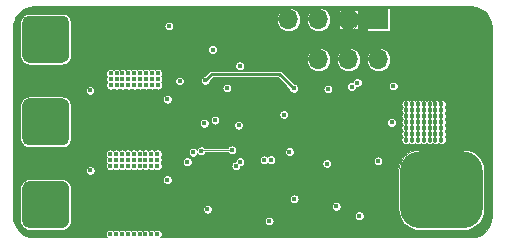
<source format=gbr>
%TF.GenerationSoftware,KiCad,Pcbnew,(5.1.6-0-10_14)*%
%TF.CreationDate,2021-03-16T08:34:44-04:00*%
%TF.ProjectId,F051_ESC,46303531-5f45-4534-932e-6b696361645f,rev?*%
%TF.SameCoordinates,Original*%
%TF.FileFunction,Copper,L2,Inr*%
%TF.FilePolarity,Positive*%
%FSLAX46Y46*%
G04 Gerber Fmt 4.6, Leading zero omitted, Abs format (unit mm)*
G04 Created by KiCad (PCBNEW (5.1.6-0-10_14)) date 2021-03-16 08:34:44*
%MOMM*%
%LPD*%
G01*
G04 APERTURE LIST*
%TA.AperFunction,ViaPad*%
%ADD10O,1.700000X1.700000*%
%TD*%
%TA.AperFunction,ViaPad*%
%ADD11R,1.700000X1.700000*%
%TD*%
%TA.AperFunction,ViaPad*%
%ADD12C,0.457200*%
%TD*%
%TA.AperFunction,ViaPad*%
%ADD13C,0.450000*%
%TD*%
%TA.AperFunction,Conductor*%
%ADD14C,0.250000*%
%TD*%
%TA.AperFunction,Conductor*%
%ADD15C,0.100000*%
%TD*%
G04 APERTURE END LIST*
D10*
%TO.N,/MCU/SWDIO*%
%TO.C,J3*%
X242550000Y-71330000D03*
%TO.N,/MCU/SWCLK*%
X245090000Y-71330000D03*
%TO.N,GND*%
X247630000Y-71330000D03*
D11*
%TO.N,+3V3*%
X250170000Y-71330000D03*
%TD*%
D10*
%TO.N,/MCU/USART1_TX*%
%TO.C,J6*%
X245090000Y-74710000D03*
%TO.N,/MCU/USART1_RX*%
X247630000Y-74710000D03*
%TO.N,/MCU/NRST*%
X250170000Y-74710000D03*
%TD*%
%TO.N,GND*%
%TO.C,J1*%
%TA.AperFunction,ViaPad*%
G36*
G01*
X257375000Y-77500000D02*
X253625000Y-77500000D01*
G75*
G02*
X252000000Y-75875000I0J1625000D01*
G01*
X252000000Y-72625000D01*
G75*
G02*
X253625000Y-71000000I1625000J0D01*
G01*
X257375000Y-71000000D01*
G75*
G02*
X259000000Y-72625000I0J-1625000D01*
G01*
X259000000Y-75875000D01*
G75*
G02*
X257375000Y-77500000I-1625000J0D01*
G01*
G37*
%TD.AperFunction*%
%TO.N,VCC*%
%TA.AperFunction,ViaPad*%
G36*
G01*
X257375000Y-89000000D02*
X253625000Y-89000000D01*
G75*
G02*
X252000000Y-87375000I0J1625000D01*
G01*
X252000000Y-84125000D01*
G75*
G02*
X253625000Y-82500000I1625000J0D01*
G01*
X257375000Y-82500000D01*
G75*
G02*
X259000000Y-84125000I0J-1625000D01*
G01*
X259000000Y-87375000D01*
G75*
G02*
X257375000Y-89000000I-1625000J0D01*
G01*
G37*
%TD.AperFunction*%
%TD*%
%TO.N,/MCU/PhaseA*%
%TO.C,J4*%
%TA.AperFunction,ViaPad*%
G36*
G01*
X223400000Y-75000000D02*
X220600000Y-75000000D01*
G75*
G02*
X220000000Y-74400000I0J600000D01*
G01*
X220000000Y-71600000D01*
G75*
G02*
X220600000Y-71000000I600000J0D01*
G01*
X223400000Y-71000000D01*
G75*
G02*
X224000000Y-71600000I0J-600000D01*
G01*
X224000000Y-74400000D01*
G75*
G02*
X223400000Y-75000000I-600000J0D01*
G01*
G37*
%TD.AperFunction*%
%TO.N,/MCU/PhaseB*%
%TA.AperFunction,ViaPad*%
G36*
G01*
X223400000Y-82000000D02*
X220600000Y-82000000D01*
G75*
G02*
X220000000Y-81400000I0J600000D01*
G01*
X220000000Y-78600000D01*
G75*
G02*
X220600000Y-78000000I600000J0D01*
G01*
X223400000Y-78000000D01*
G75*
G02*
X224000000Y-78600000I0J-600000D01*
G01*
X224000000Y-81400000D01*
G75*
G02*
X223400000Y-82000000I-600000J0D01*
G01*
G37*
%TD.AperFunction*%
%TO.N,/MCU/PhaseC*%
%TA.AperFunction,ViaPad*%
G36*
G01*
X223400000Y-89000000D02*
X220600000Y-89000000D01*
G75*
G02*
X220000000Y-88400000I0J600000D01*
G01*
X220000000Y-85600000D01*
G75*
G02*
X220600000Y-85000000I600000J0D01*
G01*
X223400000Y-85000000D01*
G75*
G02*
X224000000Y-85600000I0J-600000D01*
G01*
X224000000Y-88400000D01*
G75*
G02*
X223400000Y-89000000I-600000J0D01*
G01*
G37*
%TD.AperFunction*%
%TD*%
D12*
%TO.N,VCC*%
X254750000Y-88000000D03*
X254000000Y-88000000D03*
X253250000Y-88000000D03*
X253250000Y-87250000D03*
X254750000Y-87250000D03*
X254000000Y-87250000D03*
X255500000Y-86500000D03*
X254000000Y-86500000D03*
X254750000Y-86500000D03*
X254750000Y-85750000D03*
X254000000Y-88750000D03*
X254750000Y-88750000D03*
X257000000Y-88750000D03*
X255500000Y-88750000D03*
X256250000Y-88750000D03*
X255500000Y-88000000D03*
X256250000Y-88000000D03*
X257000000Y-88000000D03*
X257750000Y-88000000D03*
X258500000Y-88000000D03*
X255500000Y-87250000D03*
X252500000Y-87250000D03*
X253250000Y-86500000D03*
X252500000Y-86500000D03*
X254000000Y-85750000D03*
X253250000Y-85750000D03*
X252500000Y-85750000D03*
X252500000Y-85000000D03*
X253250000Y-85000000D03*
X254000000Y-85000000D03*
X252500000Y-84250000D03*
X254000000Y-84250000D03*
X253250000Y-84250000D03*
X252500000Y-83500000D03*
X253250000Y-83500000D03*
X254000000Y-83500000D03*
X254000000Y-82750000D03*
X254750000Y-82750000D03*
X254750000Y-83500000D03*
X254750000Y-84250000D03*
X254750000Y-85000000D03*
X255500000Y-85000000D03*
X255500000Y-84250000D03*
X255500000Y-83500000D03*
X255500000Y-82750000D03*
X256250000Y-82750000D03*
X256250000Y-83500000D03*
X257000000Y-83500000D03*
X257750000Y-83500000D03*
X258500000Y-83500000D03*
X258500000Y-84250000D03*
X257750000Y-84250000D03*
X257000000Y-84250000D03*
X256250000Y-84250000D03*
X256250000Y-85000000D03*
X257000000Y-85000000D03*
X257750000Y-85000000D03*
X258500000Y-85000000D03*
X258500000Y-87250000D03*
X257750000Y-87250000D03*
X257000000Y-87250000D03*
X256250000Y-87250000D03*
X256250000Y-86500000D03*
X257000000Y-86500000D03*
X257750000Y-86500000D03*
X258500000Y-86500000D03*
X258500000Y-85750000D03*
X257750000Y-85750000D03*
X257000000Y-85750000D03*
X256250000Y-85750000D03*
X257000000Y-82750000D03*
D13*
X248550000Y-87950000D03*
D12*
%TO.N,GND*%
X258500000Y-76500000D03*
X258500000Y-75750000D03*
X258500000Y-75000000D03*
X257750000Y-75000000D03*
X257750000Y-75750000D03*
X257000000Y-75750000D03*
X257000000Y-75000000D03*
X256250000Y-75000000D03*
X256250000Y-75750000D03*
X255500000Y-75750000D03*
X255500000Y-75000000D03*
X254750000Y-75000000D03*
X254750000Y-75750000D03*
X254750000Y-76500000D03*
X255500000Y-76500000D03*
X256250000Y-76500000D03*
X257000000Y-76500000D03*
X257750000Y-76500000D03*
X257000000Y-77250000D03*
X256250000Y-77250000D03*
X255500000Y-77250000D03*
X254750000Y-77250000D03*
X254000000Y-77250000D03*
X252500000Y-76500000D03*
X253250000Y-76500000D03*
X254000000Y-76500000D03*
X254000000Y-75750000D03*
X253250000Y-75750000D03*
X252500000Y-75750000D03*
X252500000Y-75000000D03*
X253250000Y-75000000D03*
X254000000Y-75000000D03*
X252500000Y-74250000D03*
X253250000Y-74250000D03*
X254000000Y-74250000D03*
X254750000Y-74250000D03*
X253250000Y-73500000D03*
X252500000Y-73500000D03*
X254000000Y-73500000D03*
X254750000Y-73500000D03*
X254750000Y-72750000D03*
X254000000Y-72750000D03*
X253250000Y-72750000D03*
X252500000Y-72750000D03*
X252500000Y-72000000D03*
X253250000Y-72000000D03*
X254000000Y-71250000D03*
X254000000Y-72000000D03*
X254750000Y-72000000D03*
X254750000Y-71250000D03*
X255500000Y-71250000D03*
X256250000Y-71250000D03*
X257000000Y-71250000D03*
X258500000Y-72000000D03*
X257750000Y-72000000D03*
X257000000Y-72000000D03*
X256250000Y-72000000D03*
X255500000Y-72000000D03*
X255500000Y-72750000D03*
X256250000Y-72750000D03*
X257000000Y-72750000D03*
X257750000Y-72750000D03*
X258500000Y-72750000D03*
X258500000Y-73500000D03*
X257750000Y-73500000D03*
X257000000Y-73500000D03*
X256250000Y-73500000D03*
X255500000Y-73500000D03*
X258500000Y-74250000D03*
X257750000Y-74250000D03*
X257000000Y-74250000D03*
X256250000Y-74250000D03*
D13*
X242710000Y-79380000D03*
X238310000Y-84285000D03*
X247700000Y-80300000D03*
X247200000Y-80300000D03*
X248200000Y-80300000D03*
X244470004Y-82530000D03*
X245370000Y-83120000D03*
X242830002Y-75040000D03*
X243630000Y-86534998D03*
X241590000Y-86010000D03*
X250690000Y-82520000D03*
X240100000Y-70700000D03*
X240100000Y-71200000D03*
X240100000Y-71700000D03*
X240100000Y-72200000D03*
X234400000Y-72800000D03*
X249050000Y-85530000D03*
X248625000Y-87005000D03*
X249050000Y-86580000D03*
X233000000Y-86800000D03*
X233000000Y-86300000D03*
X233000000Y-85800000D03*
X232500000Y-86800000D03*
X232500000Y-86300000D03*
X232500000Y-85800000D03*
X232500000Y-80500000D03*
X232500000Y-79500000D03*
X232500000Y-80000000D03*
X232500000Y-82000000D03*
X232500000Y-81500000D03*
X232500000Y-81000000D03*
X232500000Y-79000000D03*
X233500000Y-86800000D03*
X233500000Y-86300000D03*
X233500000Y-87300000D03*
X233000000Y-87300000D03*
X232500000Y-74300000D03*
X232500000Y-73800000D03*
X232500000Y-74800000D03*
X232500000Y-75300000D03*
X243100000Y-72600000D03*
X243100000Y-73100000D03*
X244100000Y-73100000D03*
X244100000Y-72600000D03*
X243600000Y-73600000D03*
X244100000Y-73600000D03*
X243600000Y-73100000D03*
X243600000Y-72600000D03*
X243100000Y-73600000D03*
X242100000Y-73600000D03*
X242600000Y-72600000D03*
X242600000Y-73100000D03*
X242600000Y-73600000D03*
X242100000Y-73100000D03*
X242100000Y-72600000D03*
X240450000Y-76950000D03*
X240950000Y-76950000D03*
X239950000Y-76950000D03*
X240450000Y-76450000D03*
X240950000Y-76450000D03*
X240600000Y-72200000D03*
X240600000Y-70700000D03*
X240600000Y-71200000D03*
X240600000Y-71700000D03*
X241100000Y-71200000D03*
X241100000Y-72200000D03*
X241100000Y-70700000D03*
X241100000Y-71700000D03*
%TO.N,+3V3*%
X235700000Y-87400000D03*
X240920000Y-88400000D03*
X245890000Y-77220000D03*
X251430000Y-76970000D03*
%TO.N,+12V*%
X235500000Y-76500000D03*
X240484195Y-83213143D03*
X241070000Y-83210000D03*
X238450000Y-83380000D03*
X238099998Y-83730000D03*
X235430000Y-80125000D03*
X236130000Y-73880000D03*
X243000000Y-77170000D03*
D12*
%TO.N,/MCU/PhaseB*%
X220500000Y-78500000D03*
X221250000Y-78500000D03*
X222000000Y-78500000D03*
X222750000Y-78500000D03*
X223500000Y-78500000D03*
X223500000Y-79250000D03*
X223500000Y-80000000D03*
X223500000Y-80750000D03*
X223500000Y-81500000D03*
X222750000Y-81500000D03*
X222750000Y-80750000D03*
X222000000Y-80750000D03*
X222000000Y-81500000D03*
X220500000Y-81500000D03*
X221250000Y-81500000D03*
X221250000Y-80750000D03*
X220500000Y-80750000D03*
X220500000Y-80000000D03*
X220500000Y-79250000D03*
X221250000Y-79250000D03*
X221250000Y-80000000D03*
X222000000Y-79250000D03*
X222750000Y-79250000D03*
X222750000Y-80000000D03*
D13*
X237340000Y-77135000D03*
X242639996Y-82530000D03*
%TO.N,/MCU/PhaseA*%
X242159997Y-79380000D03*
D12*
X220500000Y-71500000D03*
X221250000Y-71500000D03*
X222000000Y-71500000D03*
X222750000Y-71500000D03*
X223500000Y-71500000D03*
X223500000Y-72250000D03*
X222750000Y-72250000D03*
X222000000Y-72250000D03*
X220500000Y-72250000D03*
X221250000Y-72250000D03*
X221250000Y-73000000D03*
X220500000Y-73000000D03*
X220500000Y-73750000D03*
X220500000Y-74500000D03*
X221250000Y-74500000D03*
X221250000Y-73750000D03*
X222000000Y-73750000D03*
X222000000Y-74500000D03*
X223500000Y-74500000D03*
X222750000Y-74500000D03*
X222750000Y-73750000D03*
X223500000Y-73750000D03*
X223500000Y-73000000D03*
X222750000Y-73000000D03*
D13*
X238430001Y-75253187D03*
D12*
%TO.N,/MCU/PhaseC*%
X222750000Y-88500000D03*
X223500000Y-88500000D03*
X223500000Y-87750000D03*
X222750000Y-87750000D03*
X222000000Y-87750000D03*
X222000000Y-88500000D03*
X221250000Y-88500000D03*
X220500000Y-88500000D03*
X220500000Y-87750000D03*
X221250000Y-87750000D03*
X221250000Y-87000000D03*
X220500000Y-87000000D03*
X220500000Y-85500000D03*
X220500000Y-86250000D03*
X221250000Y-86250000D03*
X221250000Y-85500000D03*
X222000000Y-85500000D03*
X222750000Y-85500000D03*
X223500000Y-85500000D03*
X222750000Y-86250000D03*
X223500000Y-86250000D03*
X223500000Y-87000000D03*
X222750000Y-87000000D03*
X222000000Y-86250000D03*
D13*
X237760000Y-82375000D03*
X245800000Y-83530004D03*
X235174344Y-82450419D03*
%TO.N,Net-(Q2-Pad4)*%
X238330000Y-80280000D03*
X232430000Y-71890000D03*
X236331269Y-79861614D03*
%TO.N,Net-(Q3-Pad4)*%
X225750000Y-77344986D03*
X233335010Y-76540000D03*
%TO.N,Net-(Q4-Pad4)*%
X232300000Y-78080000D03*
%TO.N,Net-(Q5-Pad4)*%
X234470000Y-82580000D03*
X225760003Y-84119981D03*
%TO.N,Net-(Q6-Pad4)*%
X232300002Y-84900000D03*
%TO.N,/MCU/NRST*%
X250140000Y-83300000D03*
X251280020Y-80050000D03*
%TO.N,/MCU/PWM*%
X243030000Y-86520000D03*
%TO.N,/MCU/SWCLK*%
X248380002Y-76670000D03*
%TO.N,/MCU/SWDIO*%
X247899410Y-77009067D03*
%TO.N,VCC_Shunt*%
X231500000Y-75900000D03*
X231000000Y-75900000D03*
X230500000Y-75900000D03*
X230000000Y-75900000D03*
X229500000Y-75900000D03*
D12*
X253500000Y-79000000D03*
X253000000Y-79000000D03*
X253500000Y-81500000D03*
X253000000Y-81500000D03*
X253000000Y-81000000D03*
X253500000Y-81000000D03*
X253500000Y-80500000D03*
X253000000Y-80500000D03*
X253000000Y-80000000D03*
X253500000Y-80000000D03*
X253500000Y-79500000D03*
X253000000Y-79500000D03*
X252500000Y-81500000D03*
X252500000Y-81000000D03*
X252500000Y-80500000D03*
X252500000Y-80000000D03*
X252500000Y-79500000D03*
X252500000Y-79000000D03*
X254000000Y-79000000D03*
X254500000Y-79000000D03*
X255000000Y-79000000D03*
X255000000Y-79500000D03*
X254500000Y-79500000D03*
X254000000Y-79500000D03*
X254000000Y-80000000D03*
X254500000Y-80000000D03*
X255000000Y-80000000D03*
X255000000Y-80500000D03*
X254500000Y-80500000D03*
X254000000Y-80500000D03*
X254000000Y-81000000D03*
X254500000Y-81000000D03*
X255000000Y-81000000D03*
X255000000Y-81500000D03*
X254500000Y-81500000D03*
X254000000Y-81500000D03*
X253500000Y-78500000D03*
X253000000Y-78500000D03*
X252500000Y-78500000D03*
X254000000Y-78500000D03*
X254500000Y-78500000D03*
X255000000Y-78500000D03*
D13*
X246589996Y-87160000D03*
D12*
X255500000Y-81500000D03*
X255500000Y-81000000D03*
X255500000Y-80000000D03*
X255500000Y-79500000D03*
X255500000Y-78500000D03*
X255500000Y-80500000D03*
X255500000Y-79000000D03*
D13*
X229450000Y-82710000D03*
X231450000Y-82710000D03*
X229950000Y-82710000D03*
X230950000Y-82710000D03*
X230450000Y-82710000D03*
X230950000Y-89500000D03*
X229950000Y-89500000D03*
X230450000Y-89500000D03*
X229450000Y-89500000D03*
X231450000Y-89500000D03*
X230950000Y-83210000D03*
X229450000Y-83210000D03*
X229950000Y-83210000D03*
X231450000Y-83210000D03*
X230450000Y-83210000D03*
X230450000Y-83710000D03*
X229950000Y-83710000D03*
X229450000Y-83710000D03*
X231450000Y-83710000D03*
X230950000Y-83710000D03*
X229500000Y-76400000D03*
X231500000Y-76400000D03*
X230000000Y-76400000D03*
X231000000Y-76400000D03*
X230500000Y-76400000D03*
X227950000Y-83710000D03*
X228450000Y-83710000D03*
X227450000Y-83710000D03*
X228950000Y-83710000D03*
X228450000Y-83210000D03*
X227950000Y-83210000D03*
X227450000Y-83210000D03*
X228950000Y-83210000D03*
X228950000Y-82710000D03*
X227450000Y-82710000D03*
X227950000Y-82710000D03*
X228450000Y-82710000D03*
X228450000Y-89500000D03*
X227950000Y-89500000D03*
X227450000Y-89500000D03*
X228950000Y-89500000D03*
X228500000Y-76400000D03*
X228000000Y-76400000D03*
X227500000Y-76400000D03*
X229000000Y-76400000D03*
X227500000Y-75900000D03*
X228000000Y-75900000D03*
X229000000Y-75900000D03*
X228500000Y-75900000D03*
X228500000Y-76900000D03*
X228000000Y-76900000D03*
X227500000Y-76900000D03*
X229000000Y-76900000D03*
X231500000Y-76900000D03*
X230500000Y-76900000D03*
X230000000Y-76900000D03*
X229500000Y-76900000D03*
X231000000Y-76900000D03*
%TO.N,/Curent Sense/CURR*%
X233990000Y-83380000D03*
%TD*%
D14*
%TO.N,+12V*%
X241780000Y-75950000D02*
X243000000Y-77170000D01*
X236050000Y-75950000D02*
X241780000Y-75950000D01*
X235500000Y-76500000D02*
X236050000Y-75950000D01*
D15*
%TO.N,/MCU/PhaseC*%
X235249763Y-82375000D02*
X235174344Y-82450419D01*
X237760000Y-82375000D02*
X235249763Y-82375000D01*
%TD*%
%TO.N,GND*%
G36*
X258344555Y-70259863D02*
G01*
X258675990Y-70359929D01*
X258981674Y-70522465D01*
X259249965Y-70741278D01*
X259470646Y-71008034D01*
X259635311Y-71312576D01*
X259737689Y-71643307D01*
X259774992Y-71998215D01*
X259775000Y-72000504D01*
X259775001Y-87988987D01*
X259740137Y-88344555D01*
X259640071Y-88675990D01*
X259477537Y-88981672D01*
X259258722Y-89249965D01*
X258991963Y-89470648D01*
X258687424Y-89635311D01*
X258356693Y-89737689D01*
X258001785Y-89774992D01*
X257999495Y-89775000D01*
X231705329Y-89775000D01*
X231741281Y-89739048D01*
X231782320Y-89677629D01*
X231810589Y-89609383D01*
X231825000Y-89536934D01*
X231825000Y-89463066D01*
X231810589Y-89390617D01*
X231782320Y-89322371D01*
X231741281Y-89260952D01*
X231689048Y-89208719D01*
X231627629Y-89167680D01*
X231559383Y-89139411D01*
X231486934Y-89125000D01*
X231413066Y-89125000D01*
X231340617Y-89139411D01*
X231272371Y-89167680D01*
X231210952Y-89208719D01*
X231200000Y-89219671D01*
X231189048Y-89208719D01*
X231127629Y-89167680D01*
X231059383Y-89139411D01*
X230986934Y-89125000D01*
X230913066Y-89125000D01*
X230840617Y-89139411D01*
X230772371Y-89167680D01*
X230710952Y-89208719D01*
X230700000Y-89219671D01*
X230689048Y-89208719D01*
X230627629Y-89167680D01*
X230559383Y-89139411D01*
X230486934Y-89125000D01*
X230413066Y-89125000D01*
X230340617Y-89139411D01*
X230272371Y-89167680D01*
X230210952Y-89208719D01*
X230200000Y-89219671D01*
X230189048Y-89208719D01*
X230127629Y-89167680D01*
X230059383Y-89139411D01*
X229986934Y-89125000D01*
X229913066Y-89125000D01*
X229840617Y-89139411D01*
X229772371Y-89167680D01*
X229710952Y-89208719D01*
X229700000Y-89219671D01*
X229689048Y-89208719D01*
X229627629Y-89167680D01*
X229559383Y-89139411D01*
X229486934Y-89125000D01*
X229413066Y-89125000D01*
X229340617Y-89139411D01*
X229272371Y-89167680D01*
X229210952Y-89208719D01*
X229200000Y-89219671D01*
X229189048Y-89208719D01*
X229127629Y-89167680D01*
X229059383Y-89139411D01*
X228986934Y-89125000D01*
X228913066Y-89125000D01*
X228840617Y-89139411D01*
X228772371Y-89167680D01*
X228710952Y-89208719D01*
X228700000Y-89219671D01*
X228689048Y-89208719D01*
X228627629Y-89167680D01*
X228559383Y-89139411D01*
X228486934Y-89125000D01*
X228413066Y-89125000D01*
X228340617Y-89139411D01*
X228272371Y-89167680D01*
X228210952Y-89208719D01*
X228200000Y-89219671D01*
X228189048Y-89208719D01*
X228127629Y-89167680D01*
X228059383Y-89139411D01*
X227986934Y-89125000D01*
X227913066Y-89125000D01*
X227840617Y-89139411D01*
X227772371Y-89167680D01*
X227710952Y-89208719D01*
X227700000Y-89219671D01*
X227689048Y-89208719D01*
X227627629Y-89167680D01*
X227559383Y-89139411D01*
X227486934Y-89125000D01*
X227413066Y-89125000D01*
X227340617Y-89139411D01*
X227272371Y-89167680D01*
X227210952Y-89208719D01*
X227158719Y-89260952D01*
X227117680Y-89322371D01*
X227089411Y-89390617D01*
X227075000Y-89463066D01*
X227075000Y-89536934D01*
X227089411Y-89609383D01*
X227117680Y-89677629D01*
X227158719Y-89739048D01*
X227194671Y-89775000D01*
X221011003Y-89775000D01*
X220655445Y-89740137D01*
X220324010Y-89640071D01*
X220018328Y-89477537D01*
X219750035Y-89258722D01*
X219529352Y-88991963D01*
X219364689Y-88687424D01*
X219262311Y-88356693D01*
X219225008Y-88001785D01*
X219225000Y-87999495D01*
X219225000Y-85600000D01*
X219849275Y-85600000D01*
X219849275Y-88400000D01*
X219863700Y-88546459D01*
X219906421Y-88687290D01*
X219975795Y-88817080D01*
X220069157Y-88930843D01*
X220182920Y-89024205D01*
X220312710Y-89093579D01*
X220453541Y-89136300D01*
X220600000Y-89150725D01*
X223400000Y-89150725D01*
X223546459Y-89136300D01*
X223687290Y-89093579D01*
X223817080Y-89024205D01*
X223930843Y-88930843D01*
X224024205Y-88817080D01*
X224093579Y-88687290D01*
X224136300Y-88546459D01*
X224150725Y-88400000D01*
X224150725Y-88363066D01*
X240545000Y-88363066D01*
X240545000Y-88436934D01*
X240559411Y-88509383D01*
X240587680Y-88577629D01*
X240628719Y-88639048D01*
X240680952Y-88691281D01*
X240742371Y-88732320D01*
X240810617Y-88760589D01*
X240883066Y-88775000D01*
X240956934Y-88775000D01*
X241029383Y-88760589D01*
X241097629Y-88732320D01*
X241159048Y-88691281D01*
X241211281Y-88639048D01*
X241252320Y-88577629D01*
X241280589Y-88509383D01*
X241295000Y-88436934D01*
X241295000Y-88363066D01*
X241280589Y-88290617D01*
X241252320Y-88222371D01*
X241211281Y-88160952D01*
X241159048Y-88108719D01*
X241097629Y-88067680D01*
X241029383Y-88039411D01*
X240956934Y-88025000D01*
X240883066Y-88025000D01*
X240810617Y-88039411D01*
X240742371Y-88067680D01*
X240680952Y-88108719D01*
X240628719Y-88160952D01*
X240587680Y-88222371D01*
X240559411Y-88290617D01*
X240545000Y-88363066D01*
X224150725Y-88363066D01*
X224150725Y-87913066D01*
X248175000Y-87913066D01*
X248175000Y-87986934D01*
X248189411Y-88059383D01*
X248217680Y-88127629D01*
X248258719Y-88189048D01*
X248310952Y-88241281D01*
X248372371Y-88282320D01*
X248440617Y-88310589D01*
X248513066Y-88325000D01*
X248586934Y-88325000D01*
X248659383Y-88310589D01*
X248727629Y-88282320D01*
X248789048Y-88241281D01*
X248841281Y-88189048D01*
X248882320Y-88127629D01*
X248910589Y-88059383D01*
X248925000Y-87986934D01*
X248925000Y-87913066D01*
X248910589Y-87840617D01*
X248882320Y-87772371D01*
X248841281Y-87710952D01*
X248789048Y-87658719D01*
X248727629Y-87617680D01*
X248659383Y-87589411D01*
X248586934Y-87575000D01*
X248513066Y-87575000D01*
X248440617Y-87589411D01*
X248372371Y-87617680D01*
X248310952Y-87658719D01*
X248258719Y-87710952D01*
X248217680Y-87772371D01*
X248189411Y-87840617D01*
X248175000Y-87913066D01*
X224150725Y-87913066D01*
X224150725Y-87363066D01*
X235325000Y-87363066D01*
X235325000Y-87436934D01*
X235339411Y-87509383D01*
X235367680Y-87577629D01*
X235408719Y-87639048D01*
X235460952Y-87691281D01*
X235522371Y-87732320D01*
X235590617Y-87760589D01*
X235663066Y-87775000D01*
X235736934Y-87775000D01*
X235809383Y-87760589D01*
X235877629Y-87732320D01*
X235939048Y-87691281D01*
X235991281Y-87639048D01*
X236032320Y-87577629D01*
X236060589Y-87509383D01*
X236075000Y-87436934D01*
X236075000Y-87363066D01*
X236060589Y-87290617D01*
X236032320Y-87222371D01*
X235991281Y-87160952D01*
X235953395Y-87123066D01*
X246214996Y-87123066D01*
X246214996Y-87196934D01*
X246229407Y-87269383D01*
X246257676Y-87337629D01*
X246298715Y-87399048D01*
X246350948Y-87451281D01*
X246412367Y-87492320D01*
X246480613Y-87520589D01*
X246553062Y-87535000D01*
X246626930Y-87535000D01*
X246699379Y-87520589D01*
X246767625Y-87492320D01*
X246829044Y-87451281D01*
X246881277Y-87399048D01*
X246922316Y-87337629D01*
X246950585Y-87269383D01*
X246964996Y-87196934D01*
X246964996Y-87123066D01*
X246950585Y-87050617D01*
X246922316Y-86982371D01*
X246881277Y-86920952D01*
X246829044Y-86868719D01*
X246767625Y-86827680D01*
X246699379Y-86799411D01*
X246626930Y-86785000D01*
X246553062Y-86785000D01*
X246480613Y-86799411D01*
X246412367Y-86827680D01*
X246350948Y-86868719D01*
X246298715Y-86920952D01*
X246257676Y-86982371D01*
X246229407Y-87050617D01*
X246214996Y-87123066D01*
X235953395Y-87123066D01*
X235939048Y-87108719D01*
X235877629Y-87067680D01*
X235809383Y-87039411D01*
X235736934Y-87025000D01*
X235663066Y-87025000D01*
X235590617Y-87039411D01*
X235522371Y-87067680D01*
X235460952Y-87108719D01*
X235408719Y-87160952D01*
X235367680Y-87222371D01*
X235339411Y-87290617D01*
X235325000Y-87363066D01*
X224150725Y-87363066D01*
X224150725Y-86483066D01*
X242655000Y-86483066D01*
X242655000Y-86556934D01*
X242669411Y-86629383D01*
X242697680Y-86697629D01*
X242738719Y-86759048D01*
X242790952Y-86811281D01*
X242852371Y-86852320D01*
X242920617Y-86880589D01*
X242993066Y-86895000D01*
X243066934Y-86895000D01*
X243139383Y-86880589D01*
X243207629Y-86852320D01*
X243269048Y-86811281D01*
X243321281Y-86759048D01*
X243362320Y-86697629D01*
X243390589Y-86629383D01*
X243405000Y-86556934D01*
X243405000Y-86483066D01*
X243390589Y-86410617D01*
X243362320Y-86342371D01*
X243321281Y-86280952D01*
X243269048Y-86228719D01*
X243207629Y-86187680D01*
X243139383Y-86159411D01*
X243066934Y-86145000D01*
X242993066Y-86145000D01*
X242920617Y-86159411D01*
X242852371Y-86187680D01*
X242790952Y-86228719D01*
X242738719Y-86280952D01*
X242697680Y-86342371D01*
X242669411Y-86410617D01*
X242655000Y-86483066D01*
X224150725Y-86483066D01*
X224150725Y-85600000D01*
X224136300Y-85453541D01*
X224093579Y-85312710D01*
X224024205Y-85182920D01*
X223930843Y-85069157D01*
X223817080Y-84975795D01*
X223687290Y-84906421D01*
X223546459Y-84863700D01*
X223540022Y-84863066D01*
X231925002Y-84863066D01*
X231925002Y-84936934D01*
X231939413Y-85009383D01*
X231967682Y-85077629D01*
X232008721Y-85139048D01*
X232060954Y-85191281D01*
X232122373Y-85232320D01*
X232190619Y-85260589D01*
X232263068Y-85275000D01*
X232336936Y-85275000D01*
X232409385Y-85260589D01*
X232477631Y-85232320D01*
X232539050Y-85191281D01*
X232591283Y-85139048D01*
X232632322Y-85077629D01*
X232660591Y-85009383D01*
X232675002Y-84936934D01*
X232675002Y-84863066D01*
X232660591Y-84790617D01*
X232632322Y-84722371D01*
X232591283Y-84660952D01*
X232539050Y-84608719D01*
X232477631Y-84567680D01*
X232409385Y-84539411D01*
X232336936Y-84525000D01*
X232263068Y-84525000D01*
X232190619Y-84539411D01*
X232122373Y-84567680D01*
X232060954Y-84608719D01*
X232008721Y-84660952D01*
X231967682Y-84722371D01*
X231939413Y-84790617D01*
X231925002Y-84863066D01*
X223540022Y-84863066D01*
X223400000Y-84849275D01*
X220600000Y-84849275D01*
X220453541Y-84863700D01*
X220312710Y-84906421D01*
X220182920Y-84975795D01*
X220069157Y-85069157D01*
X219975795Y-85182920D01*
X219906421Y-85312710D01*
X219863700Y-85453541D01*
X219849275Y-85600000D01*
X219225000Y-85600000D01*
X219225000Y-84083047D01*
X225385003Y-84083047D01*
X225385003Y-84156915D01*
X225399414Y-84229364D01*
X225427683Y-84297610D01*
X225468722Y-84359029D01*
X225520955Y-84411262D01*
X225582374Y-84452301D01*
X225650620Y-84480570D01*
X225723069Y-84494981D01*
X225796937Y-84494981D01*
X225869386Y-84480570D01*
X225937632Y-84452301D01*
X225999051Y-84411262D01*
X226051284Y-84359029D01*
X226092323Y-84297610D01*
X226120592Y-84229364D01*
X226135003Y-84156915D01*
X226135003Y-84125000D01*
X251849275Y-84125000D01*
X251849275Y-87375000D01*
X251883395Y-87721427D01*
X251984444Y-88054541D01*
X252148539Y-88361540D01*
X252369373Y-88630627D01*
X252638460Y-88851461D01*
X252945459Y-89015556D01*
X253278573Y-89116605D01*
X253625000Y-89150725D01*
X257375000Y-89150725D01*
X257721427Y-89116605D01*
X258054541Y-89015556D01*
X258361540Y-88851461D01*
X258630627Y-88630627D01*
X258851461Y-88361540D01*
X259015556Y-88054541D01*
X259116605Y-87721427D01*
X259150725Y-87375000D01*
X259150725Y-84125000D01*
X259116605Y-83778573D01*
X259015556Y-83445459D01*
X258851461Y-83138460D01*
X258630627Y-82869373D01*
X258361540Y-82648539D01*
X258054541Y-82484444D01*
X257721427Y-82383395D01*
X257375000Y-82349275D01*
X253625000Y-82349275D01*
X253278573Y-82383395D01*
X252945459Y-82484444D01*
X252638460Y-82648539D01*
X252369373Y-82869373D01*
X252148539Y-83138460D01*
X251984444Y-83445459D01*
X251883395Y-83778573D01*
X251849275Y-84125000D01*
X226135003Y-84125000D01*
X226135003Y-84083047D01*
X226120592Y-84010598D01*
X226092323Y-83942352D01*
X226051284Y-83880933D01*
X225999051Y-83828700D01*
X225937632Y-83787661D01*
X225869386Y-83759392D01*
X225796937Y-83744981D01*
X225723069Y-83744981D01*
X225650620Y-83759392D01*
X225582374Y-83787661D01*
X225520955Y-83828700D01*
X225468722Y-83880933D01*
X225427683Y-83942352D01*
X225399414Y-84010598D01*
X225385003Y-84083047D01*
X219225000Y-84083047D01*
X219225000Y-82673066D01*
X227075000Y-82673066D01*
X227075000Y-82746934D01*
X227089411Y-82819383D01*
X227117680Y-82887629D01*
X227158719Y-82949048D01*
X227169671Y-82960000D01*
X227158719Y-82970952D01*
X227117680Y-83032371D01*
X227089411Y-83100617D01*
X227075000Y-83173066D01*
X227075000Y-83246934D01*
X227089411Y-83319383D01*
X227117680Y-83387629D01*
X227158719Y-83449048D01*
X227169671Y-83460000D01*
X227158719Y-83470952D01*
X227117680Y-83532371D01*
X227089411Y-83600617D01*
X227075000Y-83673066D01*
X227075000Y-83746934D01*
X227089411Y-83819383D01*
X227117680Y-83887629D01*
X227158719Y-83949048D01*
X227210952Y-84001281D01*
X227272371Y-84042320D01*
X227340617Y-84070589D01*
X227413066Y-84085000D01*
X227486934Y-84085000D01*
X227559383Y-84070589D01*
X227627629Y-84042320D01*
X227689048Y-84001281D01*
X227700000Y-83990329D01*
X227710952Y-84001281D01*
X227772371Y-84042320D01*
X227840617Y-84070589D01*
X227913066Y-84085000D01*
X227986934Y-84085000D01*
X228059383Y-84070589D01*
X228127629Y-84042320D01*
X228189048Y-84001281D01*
X228200000Y-83990329D01*
X228210952Y-84001281D01*
X228272371Y-84042320D01*
X228340617Y-84070589D01*
X228413066Y-84085000D01*
X228486934Y-84085000D01*
X228559383Y-84070589D01*
X228627629Y-84042320D01*
X228689048Y-84001281D01*
X228700000Y-83990329D01*
X228710952Y-84001281D01*
X228772371Y-84042320D01*
X228840617Y-84070589D01*
X228913066Y-84085000D01*
X228986934Y-84085000D01*
X229059383Y-84070589D01*
X229127629Y-84042320D01*
X229189048Y-84001281D01*
X229200000Y-83990329D01*
X229210952Y-84001281D01*
X229272371Y-84042320D01*
X229340617Y-84070589D01*
X229413066Y-84085000D01*
X229486934Y-84085000D01*
X229559383Y-84070589D01*
X229627629Y-84042320D01*
X229689048Y-84001281D01*
X229700000Y-83990329D01*
X229710952Y-84001281D01*
X229772371Y-84042320D01*
X229840617Y-84070589D01*
X229913066Y-84085000D01*
X229986934Y-84085000D01*
X230059383Y-84070589D01*
X230127629Y-84042320D01*
X230189048Y-84001281D01*
X230200000Y-83990329D01*
X230210952Y-84001281D01*
X230272371Y-84042320D01*
X230340617Y-84070589D01*
X230413066Y-84085000D01*
X230486934Y-84085000D01*
X230559383Y-84070589D01*
X230627629Y-84042320D01*
X230689048Y-84001281D01*
X230700000Y-83990329D01*
X230710952Y-84001281D01*
X230772371Y-84042320D01*
X230840617Y-84070589D01*
X230913066Y-84085000D01*
X230986934Y-84085000D01*
X231059383Y-84070589D01*
X231127629Y-84042320D01*
X231189048Y-84001281D01*
X231200000Y-83990329D01*
X231210952Y-84001281D01*
X231272371Y-84042320D01*
X231340617Y-84070589D01*
X231413066Y-84085000D01*
X231486934Y-84085000D01*
X231559383Y-84070589D01*
X231627629Y-84042320D01*
X231689048Y-84001281D01*
X231741281Y-83949048D01*
X231782320Y-83887629D01*
X231810589Y-83819383D01*
X231825000Y-83746934D01*
X231825000Y-83673066D01*
X231810589Y-83600617D01*
X231782320Y-83532371D01*
X231741281Y-83470952D01*
X231730329Y-83460000D01*
X231741281Y-83449048D01*
X231782320Y-83387629D01*
X231800778Y-83343066D01*
X233615000Y-83343066D01*
X233615000Y-83416934D01*
X233629411Y-83489383D01*
X233657680Y-83557629D01*
X233698719Y-83619048D01*
X233750952Y-83671281D01*
X233812371Y-83712320D01*
X233880617Y-83740589D01*
X233953066Y-83755000D01*
X234026934Y-83755000D01*
X234099383Y-83740589D01*
X234167629Y-83712320D01*
X234196444Y-83693066D01*
X237724998Y-83693066D01*
X237724998Y-83766934D01*
X237739409Y-83839383D01*
X237767678Y-83907629D01*
X237808717Y-83969048D01*
X237860950Y-84021281D01*
X237922369Y-84062320D01*
X237990615Y-84090589D01*
X238063064Y-84105000D01*
X238136932Y-84105000D01*
X238209381Y-84090589D01*
X238277627Y-84062320D01*
X238339046Y-84021281D01*
X238391279Y-83969048D01*
X238432318Y-83907629D01*
X238460587Y-83839383D01*
X238474998Y-83766934D01*
X238474998Y-83755000D01*
X238486934Y-83755000D01*
X238559383Y-83740589D01*
X238627629Y-83712320D01*
X238689048Y-83671281D01*
X238741281Y-83619048D01*
X238782320Y-83557629D01*
X238810589Y-83489383D01*
X238825000Y-83416934D01*
X238825000Y-83343066D01*
X238810589Y-83270617D01*
X238782320Y-83202371D01*
X238764840Y-83176209D01*
X240109195Y-83176209D01*
X240109195Y-83250077D01*
X240123606Y-83322526D01*
X240151875Y-83390772D01*
X240192914Y-83452191D01*
X240245147Y-83504424D01*
X240306566Y-83545463D01*
X240374812Y-83573732D01*
X240447261Y-83588143D01*
X240521129Y-83588143D01*
X240593578Y-83573732D01*
X240661824Y-83545463D01*
X240723243Y-83504424D01*
X240775476Y-83452191D01*
X240778148Y-83448193D01*
X240778719Y-83449048D01*
X240830952Y-83501281D01*
X240892371Y-83542320D01*
X240960617Y-83570589D01*
X241033066Y-83585000D01*
X241106934Y-83585000D01*
X241179383Y-83570589D01*
X241247629Y-83542320D01*
X241309048Y-83501281D01*
X241317259Y-83493070D01*
X245425000Y-83493070D01*
X245425000Y-83566938D01*
X245439411Y-83639387D01*
X245467680Y-83707633D01*
X245508719Y-83769052D01*
X245560952Y-83821285D01*
X245622371Y-83862324D01*
X245690617Y-83890593D01*
X245763066Y-83905004D01*
X245836934Y-83905004D01*
X245909383Y-83890593D01*
X245977629Y-83862324D01*
X246039048Y-83821285D01*
X246091281Y-83769052D01*
X246132320Y-83707633D01*
X246160589Y-83639387D01*
X246175000Y-83566938D01*
X246175000Y-83493070D01*
X246160589Y-83420621D01*
X246132320Y-83352375D01*
X246091281Y-83290956D01*
X246063391Y-83263066D01*
X249765000Y-83263066D01*
X249765000Y-83336934D01*
X249779411Y-83409383D01*
X249807680Y-83477629D01*
X249848719Y-83539048D01*
X249900952Y-83591281D01*
X249962371Y-83632320D01*
X250030617Y-83660589D01*
X250103066Y-83675000D01*
X250176934Y-83675000D01*
X250249383Y-83660589D01*
X250317629Y-83632320D01*
X250379048Y-83591281D01*
X250431281Y-83539048D01*
X250472320Y-83477629D01*
X250500589Y-83409383D01*
X250515000Y-83336934D01*
X250515000Y-83263066D01*
X250500589Y-83190617D01*
X250472320Y-83122371D01*
X250431281Y-83060952D01*
X250379048Y-83008719D01*
X250317629Y-82967680D01*
X250249383Y-82939411D01*
X250176934Y-82925000D01*
X250103066Y-82925000D01*
X250030617Y-82939411D01*
X249962371Y-82967680D01*
X249900952Y-83008719D01*
X249848719Y-83060952D01*
X249807680Y-83122371D01*
X249779411Y-83190617D01*
X249765000Y-83263066D01*
X246063391Y-83263066D01*
X246039048Y-83238723D01*
X245977629Y-83197684D01*
X245909383Y-83169415D01*
X245836934Y-83155004D01*
X245763066Y-83155004D01*
X245690617Y-83169415D01*
X245622371Y-83197684D01*
X245560952Y-83238723D01*
X245508719Y-83290956D01*
X245467680Y-83352375D01*
X245439411Y-83420621D01*
X245425000Y-83493070D01*
X241317259Y-83493070D01*
X241361281Y-83449048D01*
X241402320Y-83387629D01*
X241430589Y-83319383D01*
X241445000Y-83246934D01*
X241445000Y-83173066D01*
X241430589Y-83100617D01*
X241402320Y-83032371D01*
X241361281Y-82970952D01*
X241309048Y-82918719D01*
X241247629Y-82877680D01*
X241179383Y-82849411D01*
X241106934Y-82835000D01*
X241033066Y-82835000D01*
X240960617Y-82849411D01*
X240892371Y-82877680D01*
X240830952Y-82918719D01*
X240778719Y-82970952D01*
X240776047Y-82974950D01*
X240775476Y-82974095D01*
X240723243Y-82921862D01*
X240661824Y-82880823D01*
X240593578Y-82852554D01*
X240521129Y-82838143D01*
X240447261Y-82838143D01*
X240374812Y-82852554D01*
X240306566Y-82880823D01*
X240245147Y-82921862D01*
X240192914Y-82974095D01*
X240151875Y-83035514D01*
X240123606Y-83103760D01*
X240109195Y-83176209D01*
X238764840Y-83176209D01*
X238741281Y-83140952D01*
X238689048Y-83088719D01*
X238627629Y-83047680D01*
X238559383Y-83019411D01*
X238486934Y-83005000D01*
X238413066Y-83005000D01*
X238340617Y-83019411D01*
X238272371Y-83047680D01*
X238210952Y-83088719D01*
X238158719Y-83140952D01*
X238117680Y-83202371D01*
X238089411Y-83270617D01*
X238075000Y-83343066D01*
X238075000Y-83355000D01*
X238063064Y-83355000D01*
X237990615Y-83369411D01*
X237922369Y-83397680D01*
X237860950Y-83438719D01*
X237808717Y-83490952D01*
X237767678Y-83552371D01*
X237739409Y-83620617D01*
X237724998Y-83693066D01*
X234196444Y-83693066D01*
X234229048Y-83671281D01*
X234281281Y-83619048D01*
X234322320Y-83557629D01*
X234350589Y-83489383D01*
X234365000Y-83416934D01*
X234365000Y-83343066D01*
X234350589Y-83270617D01*
X234322320Y-83202371D01*
X234281281Y-83140952D01*
X234229048Y-83088719D01*
X234167629Y-83047680D01*
X234099383Y-83019411D01*
X234026934Y-83005000D01*
X233953066Y-83005000D01*
X233880617Y-83019411D01*
X233812371Y-83047680D01*
X233750952Y-83088719D01*
X233698719Y-83140952D01*
X233657680Y-83202371D01*
X233629411Y-83270617D01*
X233615000Y-83343066D01*
X231800778Y-83343066D01*
X231810589Y-83319383D01*
X231825000Y-83246934D01*
X231825000Y-83173066D01*
X231810589Y-83100617D01*
X231782320Y-83032371D01*
X231741281Y-82970952D01*
X231730329Y-82960000D01*
X231741281Y-82949048D01*
X231782320Y-82887629D01*
X231810589Y-82819383D01*
X231825000Y-82746934D01*
X231825000Y-82673066D01*
X231810589Y-82600617D01*
X231786751Y-82543066D01*
X234095000Y-82543066D01*
X234095000Y-82616934D01*
X234109411Y-82689383D01*
X234137680Y-82757629D01*
X234178719Y-82819048D01*
X234230952Y-82871281D01*
X234292371Y-82912320D01*
X234360617Y-82940589D01*
X234433066Y-82955000D01*
X234506934Y-82955000D01*
X234579383Y-82940589D01*
X234647629Y-82912320D01*
X234709048Y-82871281D01*
X234761281Y-82819048D01*
X234802320Y-82757629D01*
X234830589Y-82689383D01*
X234842614Y-82628931D01*
X234883063Y-82689467D01*
X234935296Y-82741700D01*
X234996715Y-82782739D01*
X235064961Y-82811008D01*
X235137410Y-82825419D01*
X235211278Y-82825419D01*
X235283727Y-82811008D01*
X235351973Y-82782739D01*
X235413392Y-82741700D01*
X235465625Y-82689467D01*
X235506664Y-82628048D01*
X235528638Y-82575000D01*
X237442628Y-82575000D01*
X237468719Y-82614048D01*
X237520952Y-82666281D01*
X237582371Y-82707320D01*
X237650617Y-82735589D01*
X237723066Y-82750000D01*
X237796934Y-82750000D01*
X237869383Y-82735589D01*
X237937629Y-82707320D01*
X237999048Y-82666281D01*
X238051281Y-82614048D01*
X238092320Y-82552629D01*
X238116992Y-82493066D01*
X242264996Y-82493066D01*
X242264996Y-82566934D01*
X242279407Y-82639383D01*
X242307676Y-82707629D01*
X242348715Y-82769048D01*
X242400948Y-82821281D01*
X242462367Y-82862320D01*
X242530613Y-82890589D01*
X242603062Y-82905000D01*
X242676930Y-82905000D01*
X242749379Y-82890589D01*
X242817625Y-82862320D01*
X242879044Y-82821281D01*
X242931277Y-82769048D01*
X242972316Y-82707629D01*
X243000585Y-82639383D01*
X243014996Y-82566934D01*
X243014996Y-82493066D01*
X243000585Y-82420617D01*
X242972316Y-82352371D01*
X242931277Y-82290952D01*
X242879044Y-82238719D01*
X242817625Y-82197680D01*
X242749379Y-82169411D01*
X242676930Y-82155000D01*
X242603062Y-82155000D01*
X242530613Y-82169411D01*
X242462367Y-82197680D01*
X242400948Y-82238719D01*
X242348715Y-82290952D01*
X242307676Y-82352371D01*
X242279407Y-82420617D01*
X242264996Y-82493066D01*
X238116992Y-82493066D01*
X238120589Y-82484383D01*
X238135000Y-82411934D01*
X238135000Y-82338066D01*
X238120589Y-82265617D01*
X238092320Y-82197371D01*
X238051281Y-82135952D01*
X237999048Y-82083719D01*
X237937629Y-82042680D01*
X237869383Y-82014411D01*
X237796934Y-82000000D01*
X237723066Y-82000000D01*
X237650617Y-82014411D01*
X237582371Y-82042680D01*
X237520952Y-82083719D01*
X237468719Y-82135952D01*
X237442628Y-82175000D01*
X235429254Y-82175000D01*
X235413392Y-82159138D01*
X235351973Y-82118099D01*
X235283727Y-82089830D01*
X235211278Y-82075419D01*
X235137410Y-82075419D01*
X235064961Y-82089830D01*
X234996715Y-82118099D01*
X234935296Y-82159138D01*
X234883063Y-82211371D01*
X234842024Y-82272790D01*
X234813755Y-82341036D01*
X234801730Y-82401488D01*
X234761281Y-82340952D01*
X234709048Y-82288719D01*
X234647629Y-82247680D01*
X234579383Y-82219411D01*
X234506934Y-82205000D01*
X234433066Y-82205000D01*
X234360617Y-82219411D01*
X234292371Y-82247680D01*
X234230952Y-82288719D01*
X234178719Y-82340952D01*
X234137680Y-82402371D01*
X234109411Y-82470617D01*
X234095000Y-82543066D01*
X231786751Y-82543066D01*
X231782320Y-82532371D01*
X231741281Y-82470952D01*
X231689048Y-82418719D01*
X231627629Y-82377680D01*
X231559383Y-82349411D01*
X231486934Y-82335000D01*
X231413066Y-82335000D01*
X231340617Y-82349411D01*
X231272371Y-82377680D01*
X231210952Y-82418719D01*
X231200000Y-82429671D01*
X231189048Y-82418719D01*
X231127629Y-82377680D01*
X231059383Y-82349411D01*
X230986934Y-82335000D01*
X230913066Y-82335000D01*
X230840617Y-82349411D01*
X230772371Y-82377680D01*
X230710952Y-82418719D01*
X230700000Y-82429671D01*
X230689048Y-82418719D01*
X230627629Y-82377680D01*
X230559383Y-82349411D01*
X230486934Y-82335000D01*
X230413066Y-82335000D01*
X230340617Y-82349411D01*
X230272371Y-82377680D01*
X230210952Y-82418719D01*
X230200000Y-82429671D01*
X230189048Y-82418719D01*
X230127629Y-82377680D01*
X230059383Y-82349411D01*
X229986934Y-82335000D01*
X229913066Y-82335000D01*
X229840617Y-82349411D01*
X229772371Y-82377680D01*
X229710952Y-82418719D01*
X229700000Y-82429671D01*
X229689048Y-82418719D01*
X229627629Y-82377680D01*
X229559383Y-82349411D01*
X229486934Y-82335000D01*
X229413066Y-82335000D01*
X229340617Y-82349411D01*
X229272371Y-82377680D01*
X229210952Y-82418719D01*
X229200000Y-82429671D01*
X229189048Y-82418719D01*
X229127629Y-82377680D01*
X229059383Y-82349411D01*
X228986934Y-82335000D01*
X228913066Y-82335000D01*
X228840617Y-82349411D01*
X228772371Y-82377680D01*
X228710952Y-82418719D01*
X228700000Y-82429671D01*
X228689048Y-82418719D01*
X228627629Y-82377680D01*
X228559383Y-82349411D01*
X228486934Y-82335000D01*
X228413066Y-82335000D01*
X228340617Y-82349411D01*
X228272371Y-82377680D01*
X228210952Y-82418719D01*
X228200000Y-82429671D01*
X228189048Y-82418719D01*
X228127629Y-82377680D01*
X228059383Y-82349411D01*
X227986934Y-82335000D01*
X227913066Y-82335000D01*
X227840617Y-82349411D01*
X227772371Y-82377680D01*
X227710952Y-82418719D01*
X227700000Y-82429671D01*
X227689048Y-82418719D01*
X227627629Y-82377680D01*
X227559383Y-82349411D01*
X227486934Y-82335000D01*
X227413066Y-82335000D01*
X227340617Y-82349411D01*
X227272371Y-82377680D01*
X227210952Y-82418719D01*
X227158719Y-82470952D01*
X227117680Y-82532371D01*
X227089411Y-82600617D01*
X227075000Y-82673066D01*
X219225000Y-82673066D01*
X219225000Y-78600000D01*
X219849275Y-78600000D01*
X219849275Y-81400000D01*
X219863700Y-81546459D01*
X219906421Y-81687290D01*
X219975795Y-81817080D01*
X220069157Y-81930843D01*
X220182920Y-82024205D01*
X220312710Y-82093579D01*
X220453541Y-82136300D01*
X220600000Y-82150725D01*
X223400000Y-82150725D01*
X223546459Y-82136300D01*
X223687290Y-82093579D01*
X223817080Y-82024205D01*
X223930843Y-81930843D01*
X224024205Y-81817080D01*
X224093579Y-81687290D01*
X224136300Y-81546459D01*
X224150725Y-81400000D01*
X224150725Y-80088066D01*
X235055000Y-80088066D01*
X235055000Y-80161934D01*
X235069411Y-80234383D01*
X235097680Y-80302629D01*
X235138719Y-80364048D01*
X235190952Y-80416281D01*
X235252371Y-80457320D01*
X235320617Y-80485589D01*
X235393066Y-80500000D01*
X235466934Y-80500000D01*
X235539383Y-80485589D01*
X235607629Y-80457320D01*
X235669048Y-80416281D01*
X235721281Y-80364048D01*
X235762320Y-80302629D01*
X235786992Y-80243066D01*
X237955000Y-80243066D01*
X237955000Y-80316934D01*
X237969411Y-80389383D01*
X237997680Y-80457629D01*
X238038719Y-80519048D01*
X238090952Y-80571281D01*
X238152371Y-80612320D01*
X238220617Y-80640589D01*
X238293066Y-80655000D01*
X238366934Y-80655000D01*
X238439383Y-80640589D01*
X238507629Y-80612320D01*
X238569048Y-80571281D01*
X238621281Y-80519048D01*
X238662320Y-80457629D01*
X238690589Y-80389383D01*
X238705000Y-80316934D01*
X238705000Y-80243066D01*
X238690589Y-80170617D01*
X238662320Y-80102371D01*
X238621281Y-80040952D01*
X238593395Y-80013066D01*
X250905020Y-80013066D01*
X250905020Y-80086934D01*
X250919431Y-80159383D01*
X250947700Y-80227629D01*
X250988739Y-80289048D01*
X251040972Y-80341281D01*
X251102391Y-80382320D01*
X251170637Y-80410589D01*
X251243086Y-80425000D01*
X251316954Y-80425000D01*
X251389403Y-80410589D01*
X251457649Y-80382320D01*
X251519068Y-80341281D01*
X251571301Y-80289048D01*
X251612340Y-80227629D01*
X251640609Y-80159383D01*
X251655020Y-80086934D01*
X251655020Y-80013066D01*
X251640609Y-79940617D01*
X251612340Y-79872371D01*
X251571301Y-79810952D01*
X251519068Y-79758719D01*
X251457649Y-79717680D01*
X251389403Y-79689411D01*
X251316954Y-79675000D01*
X251243086Y-79675000D01*
X251170637Y-79689411D01*
X251102391Y-79717680D01*
X251040972Y-79758719D01*
X250988739Y-79810952D01*
X250947700Y-79872371D01*
X250919431Y-79940617D01*
X250905020Y-80013066D01*
X238593395Y-80013066D01*
X238569048Y-79988719D01*
X238507629Y-79947680D01*
X238439383Y-79919411D01*
X238366934Y-79905000D01*
X238293066Y-79905000D01*
X238220617Y-79919411D01*
X238152371Y-79947680D01*
X238090952Y-79988719D01*
X238038719Y-80040952D01*
X237997680Y-80102371D01*
X237969411Y-80170617D01*
X237955000Y-80243066D01*
X235786992Y-80243066D01*
X235790589Y-80234383D01*
X235805000Y-80161934D01*
X235805000Y-80088066D01*
X235790589Y-80015617D01*
X235762320Y-79947371D01*
X235721281Y-79885952D01*
X235669048Y-79833719D01*
X235655521Y-79824680D01*
X235956269Y-79824680D01*
X235956269Y-79898548D01*
X235970680Y-79970997D01*
X235998949Y-80039243D01*
X236039988Y-80100662D01*
X236092221Y-80152895D01*
X236153640Y-80193934D01*
X236221886Y-80222203D01*
X236294335Y-80236614D01*
X236368203Y-80236614D01*
X236440652Y-80222203D01*
X236508898Y-80193934D01*
X236570317Y-80152895D01*
X236622550Y-80100662D01*
X236663589Y-80039243D01*
X236691858Y-79970997D01*
X236706269Y-79898548D01*
X236706269Y-79824680D01*
X236691858Y-79752231D01*
X236663589Y-79683985D01*
X236622550Y-79622566D01*
X236570317Y-79570333D01*
X236508898Y-79529294D01*
X236440652Y-79501025D01*
X236368203Y-79486614D01*
X236294335Y-79486614D01*
X236221886Y-79501025D01*
X236153640Y-79529294D01*
X236092221Y-79570333D01*
X236039988Y-79622566D01*
X235998949Y-79683985D01*
X235970680Y-79752231D01*
X235956269Y-79824680D01*
X235655521Y-79824680D01*
X235607629Y-79792680D01*
X235539383Y-79764411D01*
X235466934Y-79750000D01*
X235393066Y-79750000D01*
X235320617Y-79764411D01*
X235252371Y-79792680D01*
X235190952Y-79833719D01*
X235138719Y-79885952D01*
X235097680Y-79947371D01*
X235069411Y-80015617D01*
X235055000Y-80088066D01*
X224150725Y-80088066D01*
X224150725Y-79343066D01*
X241784997Y-79343066D01*
X241784997Y-79416934D01*
X241799408Y-79489383D01*
X241827677Y-79557629D01*
X241868716Y-79619048D01*
X241920949Y-79671281D01*
X241982368Y-79712320D01*
X242050614Y-79740589D01*
X242123063Y-79755000D01*
X242196931Y-79755000D01*
X242269380Y-79740589D01*
X242337626Y-79712320D01*
X242399045Y-79671281D01*
X242451278Y-79619048D01*
X242492317Y-79557629D01*
X242520586Y-79489383D01*
X242534997Y-79416934D01*
X242534997Y-79343066D01*
X242520586Y-79270617D01*
X242492317Y-79202371D01*
X242451278Y-79140952D01*
X242399045Y-79088719D01*
X242337626Y-79047680D01*
X242269380Y-79019411D01*
X242196931Y-79005000D01*
X242123063Y-79005000D01*
X242050614Y-79019411D01*
X241982368Y-79047680D01*
X241920949Y-79088719D01*
X241868716Y-79140952D01*
X241827677Y-79202371D01*
X241799408Y-79270617D01*
X241784997Y-79343066D01*
X224150725Y-79343066D01*
X224150725Y-78600000D01*
X224137204Y-78462711D01*
X252121400Y-78462711D01*
X252121400Y-78537289D01*
X252135949Y-78610434D01*
X252164489Y-78679334D01*
X252205922Y-78741344D01*
X252214578Y-78750000D01*
X252205922Y-78758656D01*
X252164489Y-78820666D01*
X252135949Y-78889566D01*
X252121400Y-78962711D01*
X252121400Y-79037289D01*
X252135949Y-79110434D01*
X252164489Y-79179334D01*
X252205922Y-79241344D01*
X252214578Y-79250000D01*
X252205922Y-79258656D01*
X252164489Y-79320666D01*
X252135949Y-79389566D01*
X252121400Y-79462711D01*
X252121400Y-79537289D01*
X252135949Y-79610434D01*
X252164489Y-79679334D01*
X252205922Y-79741344D01*
X252214578Y-79750000D01*
X252205922Y-79758656D01*
X252164489Y-79820666D01*
X252135949Y-79889566D01*
X252121400Y-79962711D01*
X252121400Y-80037289D01*
X252135949Y-80110434D01*
X252164489Y-80179334D01*
X252205922Y-80241344D01*
X252214578Y-80250000D01*
X252205922Y-80258656D01*
X252164489Y-80320666D01*
X252135949Y-80389566D01*
X252121400Y-80462711D01*
X252121400Y-80537289D01*
X252135949Y-80610434D01*
X252164489Y-80679334D01*
X252205922Y-80741344D01*
X252214578Y-80750000D01*
X252205922Y-80758656D01*
X252164489Y-80820666D01*
X252135949Y-80889566D01*
X252121400Y-80962711D01*
X252121400Y-81037289D01*
X252135949Y-81110434D01*
X252164489Y-81179334D01*
X252205922Y-81241344D01*
X252214578Y-81250000D01*
X252205922Y-81258656D01*
X252164489Y-81320666D01*
X252135949Y-81389566D01*
X252121400Y-81462711D01*
X252121400Y-81537289D01*
X252135949Y-81610434D01*
X252164489Y-81679334D01*
X252205922Y-81741344D01*
X252258656Y-81794078D01*
X252320666Y-81835511D01*
X252389566Y-81864051D01*
X252462711Y-81878600D01*
X252537289Y-81878600D01*
X252610434Y-81864051D01*
X252679334Y-81835511D01*
X252741344Y-81794078D01*
X252750000Y-81785422D01*
X252758656Y-81794078D01*
X252820666Y-81835511D01*
X252889566Y-81864051D01*
X252962711Y-81878600D01*
X253037289Y-81878600D01*
X253110434Y-81864051D01*
X253179334Y-81835511D01*
X253241344Y-81794078D01*
X253250000Y-81785422D01*
X253258656Y-81794078D01*
X253320666Y-81835511D01*
X253389566Y-81864051D01*
X253462711Y-81878600D01*
X253537289Y-81878600D01*
X253610434Y-81864051D01*
X253679334Y-81835511D01*
X253741344Y-81794078D01*
X253750000Y-81785422D01*
X253758656Y-81794078D01*
X253820666Y-81835511D01*
X253889566Y-81864051D01*
X253962711Y-81878600D01*
X254037289Y-81878600D01*
X254110434Y-81864051D01*
X254179334Y-81835511D01*
X254241344Y-81794078D01*
X254250000Y-81785422D01*
X254258656Y-81794078D01*
X254320666Y-81835511D01*
X254389566Y-81864051D01*
X254462711Y-81878600D01*
X254537289Y-81878600D01*
X254610434Y-81864051D01*
X254679334Y-81835511D01*
X254741344Y-81794078D01*
X254750000Y-81785422D01*
X254758656Y-81794078D01*
X254820666Y-81835511D01*
X254889566Y-81864051D01*
X254962711Y-81878600D01*
X255037289Y-81878600D01*
X255110434Y-81864051D01*
X255179334Y-81835511D01*
X255241344Y-81794078D01*
X255250000Y-81785422D01*
X255258656Y-81794078D01*
X255320666Y-81835511D01*
X255389566Y-81864051D01*
X255462711Y-81878600D01*
X255537289Y-81878600D01*
X255610434Y-81864051D01*
X255679334Y-81835511D01*
X255741344Y-81794078D01*
X255794078Y-81741344D01*
X255835511Y-81679334D01*
X255864051Y-81610434D01*
X255878600Y-81537289D01*
X255878600Y-81462711D01*
X255864051Y-81389566D01*
X255835511Y-81320666D01*
X255794078Y-81258656D01*
X255785422Y-81250000D01*
X255794078Y-81241344D01*
X255835511Y-81179334D01*
X255864051Y-81110434D01*
X255878600Y-81037289D01*
X255878600Y-80962711D01*
X255864051Y-80889566D01*
X255835511Y-80820666D01*
X255794078Y-80758656D01*
X255785422Y-80750000D01*
X255794078Y-80741344D01*
X255835511Y-80679334D01*
X255864051Y-80610434D01*
X255878600Y-80537289D01*
X255878600Y-80462711D01*
X255864051Y-80389566D01*
X255835511Y-80320666D01*
X255794078Y-80258656D01*
X255785422Y-80250000D01*
X255794078Y-80241344D01*
X255835511Y-80179334D01*
X255864051Y-80110434D01*
X255878600Y-80037289D01*
X255878600Y-79962711D01*
X255864051Y-79889566D01*
X255835511Y-79820666D01*
X255794078Y-79758656D01*
X255785422Y-79750000D01*
X255794078Y-79741344D01*
X255835511Y-79679334D01*
X255864051Y-79610434D01*
X255878600Y-79537289D01*
X255878600Y-79462711D01*
X255864051Y-79389566D01*
X255835511Y-79320666D01*
X255794078Y-79258656D01*
X255785422Y-79250000D01*
X255794078Y-79241344D01*
X255835511Y-79179334D01*
X255864051Y-79110434D01*
X255878600Y-79037289D01*
X255878600Y-78962711D01*
X255864051Y-78889566D01*
X255835511Y-78820666D01*
X255794078Y-78758656D01*
X255785422Y-78750000D01*
X255794078Y-78741344D01*
X255835511Y-78679334D01*
X255864051Y-78610434D01*
X255878600Y-78537289D01*
X255878600Y-78462711D01*
X255864051Y-78389566D01*
X255835511Y-78320666D01*
X255794078Y-78258656D01*
X255741344Y-78205922D01*
X255679334Y-78164489D01*
X255610434Y-78135949D01*
X255537289Y-78121400D01*
X255462711Y-78121400D01*
X255389566Y-78135949D01*
X255320666Y-78164489D01*
X255258656Y-78205922D01*
X255250000Y-78214578D01*
X255241344Y-78205922D01*
X255179334Y-78164489D01*
X255110434Y-78135949D01*
X255037289Y-78121400D01*
X254962711Y-78121400D01*
X254889566Y-78135949D01*
X254820666Y-78164489D01*
X254758656Y-78205922D01*
X254750000Y-78214578D01*
X254741344Y-78205922D01*
X254679334Y-78164489D01*
X254610434Y-78135949D01*
X254537289Y-78121400D01*
X254462711Y-78121400D01*
X254389566Y-78135949D01*
X254320666Y-78164489D01*
X254258656Y-78205922D01*
X254250000Y-78214578D01*
X254241344Y-78205922D01*
X254179334Y-78164489D01*
X254110434Y-78135949D01*
X254037289Y-78121400D01*
X253962711Y-78121400D01*
X253889566Y-78135949D01*
X253820666Y-78164489D01*
X253758656Y-78205922D01*
X253750000Y-78214578D01*
X253741344Y-78205922D01*
X253679334Y-78164489D01*
X253610434Y-78135949D01*
X253537289Y-78121400D01*
X253462711Y-78121400D01*
X253389566Y-78135949D01*
X253320666Y-78164489D01*
X253258656Y-78205922D01*
X253250000Y-78214578D01*
X253241344Y-78205922D01*
X253179334Y-78164489D01*
X253110434Y-78135949D01*
X253037289Y-78121400D01*
X252962711Y-78121400D01*
X252889566Y-78135949D01*
X252820666Y-78164489D01*
X252758656Y-78205922D01*
X252750000Y-78214578D01*
X252741344Y-78205922D01*
X252679334Y-78164489D01*
X252610434Y-78135949D01*
X252537289Y-78121400D01*
X252462711Y-78121400D01*
X252389566Y-78135949D01*
X252320666Y-78164489D01*
X252258656Y-78205922D01*
X252205922Y-78258656D01*
X252164489Y-78320666D01*
X252135949Y-78389566D01*
X252121400Y-78462711D01*
X224137204Y-78462711D01*
X224136300Y-78453541D01*
X224093579Y-78312710D01*
X224024205Y-78182920D01*
X223930843Y-78069157D01*
X223899051Y-78043066D01*
X231925000Y-78043066D01*
X231925000Y-78116934D01*
X231939411Y-78189383D01*
X231967680Y-78257629D01*
X232008719Y-78319048D01*
X232060952Y-78371281D01*
X232122371Y-78412320D01*
X232190617Y-78440589D01*
X232263066Y-78455000D01*
X232336934Y-78455000D01*
X232409383Y-78440589D01*
X232477629Y-78412320D01*
X232539048Y-78371281D01*
X232591281Y-78319048D01*
X232632320Y-78257629D01*
X232660589Y-78189383D01*
X232675000Y-78116934D01*
X232675000Y-78043066D01*
X232660589Y-77970617D01*
X232632320Y-77902371D01*
X232591281Y-77840952D01*
X232539048Y-77788719D01*
X232477629Y-77747680D01*
X232409383Y-77719411D01*
X232336934Y-77705000D01*
X232263066Y-77705000D01*
X232190617Y-77719411D01*
X232122371Y-77747680D01*
X232060952Y-77788719D01*
X232008719Y-77840952D01*
X231967680Y-77902371D01*
X231939411Y-77970617D01*
X231925000Y-78043066D01*
X223899051Y-78043066D01*
X223817080Y-77975795D01*
X223687290Y-77906421D01*
X223546459Y-77863700D01*
X223400000Y-77849275D01*
X220600000Y-77849275D01*
X220453541Y-77863700D01*
X220312710Y-77906421D01*
X220182920Y-77975795D01*
X220069157Y-78069157D01*
X219975795Y-78182920D01*
X219906421Y-78312710D01*
X219863700Y-78453541D01*
X219849275Y-78600000D01*
X219225000Y-78600000D01*
X219225000Y-77308052D01*
X225375000Y-77308052D01*
X225375000Y-77381920D01*
X225389411Y-77454369D01*
X225417680Y-77522615D01*
X225458719Y-77584034D01*
X225510952Y-77636267D01*
X225572371Y-77677306D01*
X225640617Y-77705575D01*
X225713066Y-77719986D01*
X225786934Y-77719986D01*
X225859383Y-77705575D01*
X225927629Y-77677306D01*
X225989048Y-77636267D01*
X226041281Y-77584034D01*
X226082320Y-77522615D01*
X226110589Y-77454369D01*
X226125000Y-77381920D01*
X226125000Y-77308052D01*
X226110589Y-77235603D01*
X226082320Y-77167357D01*
X226041281Y-77105938D01*
X225989048Y-77053705D01*
X225927629Y-77012666D01*
X225859383Y-76984397D01*
X225786934Y-76969986D01*
X225713066Y-76969986D01*
X225640617Y-76984397D01*
X225572371Y-77012666D01*
X225510952Y-77053705D01*
X225458719Y-77105938D01*
X225417680Y-77167357D01*
X225389411Y-77235603D01*
X225375000Y-77308052D01*
X219225000Y-77308052D01*
X219225000Y-75863066D01*
X227125000Y-75863066D01*
X227125000Y-75936934D01*
X227139411Y-76009383D01*
X227167680Y-76077629D01*
X227208719Y-76139048D01*
X227219671Y-76150000D01*
X227208719Y-76160952D01*
X227167680Y-76222371D01*
X227139411Y-76290617D01*
X227125000Y-76363066D01*
X227125000Y-76436934D01*
X227139411Y-76509383D01*
X227167680Y-76577629D01*
X227208719Y-76639048D01*
X227219671Y-76650000D01*
X227208719Y-76660952D01*
X227167680Y-76722371D01*
X227139411Y-76790617D01*
X227125000Y-76863066D01*
X227125000Y-76936934D01*
X227139411Y-77009383D01*
X227167680Y-77077629D01*
X227208719Y-77139048D01*
X227260952Y-77191281D01*
X227322371Y-77232320D01*
X227390617Y-77260589D01*
X227463066Y-77275000D01*
X227536934Y-77275000D01*
X227609383Y-77260589D01*
X227677629Y-77232320D01*
X227739048Y-77191281D01*
X227750000Y-77180329D01*
X227760952Y-77191281D01*
X227822371Y-77232320D01*
X227890617Y-77260589D01*
X227963066Y-77275000D01*
X228036934Y-77275000D01*
X228109383Y-77260589D01*
X228177629Y-77232320D01*
X228239048Y-77191281D01*
X228250000Y-77180329D01*
X228260952Y-77191281D01*
X228322371Y-77232320D01*
X228390617Y-77260589D01*
X228463066Y-77275000D01*
X228536934Y-77275000D01*
X228609383Y-77260589D01*
X228677629Y-77232320D01*
X228739048Y-77191281D01*
X228750000Y-77180329D01*
X228760952Y-77191281D01*
X228822371Y-77232320D01*
X228890617Y-77260589D01*
X228963066Y-77275000D01*
X229036934Y-77275000D01*
X229109383Y-77260589D01*
X229177629Y-77232320D01*
X229239048Y-77191281D01*
X229250000Y-77180329D01*
X229260952Y-77191281D01*
X229322371Y-77232320D01*
X229390617Y-77260589D01*
X229463066Y-77275000D01*
X229536934Y-77275000D01*
X229609383Y-77260589D01*
X229677629Y-77232320D01*
X229739048Y-77191281D01*
X229750000Y-77180329D01*
X229760952Y-77191281D01*
X229822371Y-77232320D01*
X229890617Y-77260589D01*
X229963066Y-77275000D01*
X230036934Y-77275000D01*
X230109383Y-77260589D01*
X230177629Y-77232320D01*
X230239048Y-77191281D01*
X230250000Y-77180329D01*
X230260952Y-77191281D01*
X230322371Y-77232320D01*
X230390617Y-77260589D01*
X230463066Y-77275000D01*
X230536934Y-77275000D01*
X230609383Y-77260589D01*
X230677629Y-77232320D01*
X230739048Y-77191281D01*
X230750000Y-77180329D01*
X230760952Y-77191281D01*
X230822371Y-77232320D01*
X230890617Y-77260589D01*
X230963066Y-77275000D01*
X231036934Y-77275000D01*
X231109383Y-77260589D01*
X231177629Y-77232320D01*
X231239048Y-77191281D01*
X231250000Y-77180329D01*
X231260952Y-77191281D01*
X231322371Y-77232320D01*
X231390617Y-77260589D01*
X231463066Y-77275000D01*
X231536934Y-77275000D01*
X231609383Y-77260589D01*
X231677629Y-77232320D01*
X231739048Y-77191281D01*
X231791281Y-77139048D01*
X231818664Y-77098066D01*
X236965000Y-77098066D01*
X236965000Y-77171934D01*
X236979411Y-77244383D01*
X237007680Y-77312629D01*
X237048719Y-77374048D01*
X237100952Y-77426281D01*
X237162371Y-77467320D01*
X237230617Y-77495589D01*
X237303066Y-77510000D01*
X237376934Y-77510000D01*
X237449383Y-77495589D01*
X237517629Y-77467320D01*
X237579048Y-77426281D01*
X237631281Y-77374048D01*
X237672320Y-77312629D01*
X237700589Y-77244383D01*
X237715000Y-77171934D01*
X237715000Y-77098066D01*
X237700589Y-77025617D01*
X237672320Y-76957371D01*
X237631281Y-76895952D01*
X237579048Y-76843719D01*
X237517629Y-76802680D01*
X237449383Y-76774411D01*
X237376934Y-76760000D01*
X237303066Y-76760000D01*
X237230617Y-76774411D01*
X237162371Y-76802680D01*
X237100952Y-76843719D01*
X237048719Y-76895952D01*
X237007680Y-76957371D01*
X236979411Y-77025617D01*
X236965000Y-77098066D01*
X231818664Y-77098066D01*
X231832320Y-77077629D01*
X231860589Y-77009383D01*
X231875000Y-76936934D01*
X231875000Y-76863066D01*
X231860589Y-76790617D01*
X231832320Y-76722371D01*
X231791281Y-76660952D01*
X231780329Y-76650000D01*
X231791281Y-76639048D01*
X231832320Y-76577629D01*
X231860589Y-76509383D01*
X231861845Y-76503066D01*
X232960010Y-76503066D01*
X232960010Y-76576934D01*
X232974421Y-76649383D01*
X233002690Y-76717629D01*
X233043729Y-76779048D01*
X233095962Y-76831281D01*
X233157381Y-76872320D01*
X233225627Y-76900589D01*
X233298076Y-76915000D01*
X233371944Y-76915000D01*
X233444393Y-76900589D01*
X233512639Y-76872320D01*
X233574058Y-76831281D01*
X233626291Y-76779048D01*
X233667330Y-76717629D01*
X233695599Y-76649383D01*
X233710010Y-76576934D01*
X233710010Y-76503066D01*
X233702054Y-76463066D01*
X235125000Y-76463066D01*
X235125000Y-76536934D01*
X235139411Y-76609383D01*
X235167680Y-76677629D01*
X235208719Y-76739048D01*
X235260952Y-76791281D01*
X235322371Y-76832320D01*
X235390617Y-76860589D01*
X235463066Y-76875000D01*
X235536934Y-76875000D01*
X235609383Y-76860589D01*
X235677629Y-76832320D01*
X235739048Y-76791281D01*
X235791281Y-76739048D01*
X235832320Y-76677629D01*
X235860589Y-76609383D01*
X235875000Y-76536934D01*
X235875000Y-76513908D01*
X236163909Y-76225000D01*
X241666092Y-76225000D01*
X242625000Y-77183908D01*
X242625000Y-77206934D01*
X242639411Y-77279383D01*
X242667680Y-77347629D01*
X242708719Y-77409048D01*
X242760952Y-77461281D01*
X242822371Y-77502320D01*
X242890617Y-77530589D01*
X242963066Y-77545000D01*
X243036934Y-77545000D01*
X243109383Y-77530589D01*
X243177629Y-77502320D01*
X243239048Y-77461281D01*
X243291281Y-77409048D01*
X243332320Y-77347629D01*
X243360589Y-77279383D01*
X243375000Y-77206934D01*
X243375000Y-77183066D01*
X245515000Y-77183066D01*
X245515000Y-77256934D01*
X245529411Y-77329383D01*
X245557680Y-77397629D01*
X245598719Y-77459048D01*
X245650952Y-77511281D01*
X245712371Y-77552320D01*
X245780617Y-77580589D01*
X245853066Y-77595000D01*
X245926934Y-77595000D01*
X245999383Y-77580589D01*
X246067629Y-77552320D01*
X246129048Y-77511281D01*
X246140329Y-77500000D01*
X251949758Y-77500000D01*
X251950723Y-77509802D01*
X251953582Y-77519227D01*
X251958225Y-77527913D01*
X251964474Y-77535526D01*
X251972087Y-77541775D01*
X251980773Y-77546418D01*
X251990198Y-77549277D01*
X252000000Y-77550242D01*
X252037500Y-77550000D01*
X252050000Y-77537500D01*
X252050000Y-77450000D01*
X258950000Y-77450000D01*
X258950000Y-77537500D01*
X258962500Y-77550000D01*
X259000000Y-77550242D01*
X259009802Y-77549277D01*
X259019227Y-77546418D01*
X259027913Y-77541775D01*
X259035526Y-77535526D01*
X259041775Y-77527913D01*
X259046418Y-77519227D01*
X259049277Y-77509802D01*
X259050242Y-77500000D01*
X259050000Y-77462500D01*
X259037500Y-77450000D01*
X258950000Y-77450000D01*
X252050000Y-77450000D01*
X251962500Y-77450000D01*
X251950000Y-77462500D01*
X251949758Y-77500000D01*
X246140329Y-77500000D01*
X246181281Y-77459048D01*
X246222320Y-77397629D01*
X246250589Y-77329383D01*
X246265000Y-77256934D01*
X246265000Y-77183066D01*
X246250589Y-77110617D01*
X246222320Y-77042371D01*
X246181281Y-76980952D01*
X246172462Y-76972133D01*
X247524410Y-76972133D01*
X247524410Y-77046001D01*
X247538821Y-77118450D01*
X247567090Y-77186696D01*
X247608129Y-77248115D01*
X247660362Y-77300348D01*
X247721781Y-77341387D01*
X247790027Y-77369656D01*
X247862476Y-77384067D01*
X247936344Y-77384067D01*
X248008793Y-77369656D01*
X248077039Y-77341387D01*
X248138458Y-77300348D01*
X248190691Y-77248115D01*
X248231730Y-77186696D01*
X248259999Y-77118450D01*
X248274410Y-77046001D01*
X248274410Y-77031343D01*
X248343068Y-77045000D01*
X248416936Y-77045000D01*
X248489385Y-77030589D01*
X248557631Y-77002320D01*
X248619050Y-76961281D01*
X248647265Y-76933066D01*
X251055000Y-76933066D01*
X251055000Y-77006934D01*
X251069411Y-77079383D01*
X251097680Y-77147629D01*
X251138719Y-77209048D01*
X251190952Y-77261281D01*
X251252371Y-77302320D01*
X251320617Y-77330589D01*
X251393066Y-77345000D01*
X251466934Y-77345000D01*
X251539383Y-77330589D01*
X251607629Y-77302320D01*
X251669048Y-77261281D01*
X251721281Y-77209048D01*
X251762320Y-77147629D01*
X251790589Y-77079383D01*
X251805000Y-77006934D01*
X251805000Y-76933066D01*
X251790589Y-76860617D01*
X251762320Y-76792371D01*
X251721281Y-76730952D01*
X251669048Y-76678719D01*
X251607629Y-76637680D01*
X251539383Y-76609411D01*
X251466934Y-76595000D01*
X251393066Y-76595000D01*
X251320617Y-76609411D01*
X251252371Y-76637680D01*
X251190952Y-76678719D01*
X251138719Y-76730952D01*
X251097680Y-76792371D01*
X251069411Y-76860617D01*
X251055000Y-76933066D01*
X248647265Y-76933066D01*
X248671283Y-76909048D01*
X248712322Y-76847629D01*
X248740591Y-76779383D01*
X248755002Y-76706934D01*
X248755002Y-76633066D01*
X248740591Y-76560617D01*
X248712322Y-76492371D01*
X248671283Y-76430952D01*
X248619050Y-76378719D01*
X248557631Y-76337680D01*
X248489385Y-76309411D01*
X248416936Y-76295000D01*
X248343068Y-76295000D01*
X248270619Y-76309411D01*
X248202373Y-76337680D01*
X248140954Y-76378719D01*
X248088721Y-76430952D01*
X248047682Y-76492371D01*
X248019413Y-76560617D01*
X248005002Y-76633066D01*
X248005002Y-76647724D01*
X247936344Y-76634067D01*
X247862476Y-76634067D01*
X247790027Y-76648478D01*
X247721781Y-76676747D01*
X247660362Y-76717786D01*
X247608129Y-76770019D01*
X247567090Y-76831438D01*
X247538821Y-76899684D01*
X247524410Y-76972133D01*
X246172462Y-76972133D01*
X246129048Y-76928719D01*
X246067629Y-76887680D01*
X245999383Y-76859411D01*
X245926934Y-76845000D01*
X245853066Y-76845000D01*
X245780617Y-76859411D01*
X245712371Y-76887680D01*
X245650952Y-76928719D01*
X245598719Y-76980952D01*
X245557680Y-77042371D01*
X245529411Y-77110617D01*
X245515000Y-77183066D01*
X243375000Y-77183066D01*
X243375000Y-77133066D01*
X243360589Y-77060617D01*
X243332320Y-76992371D01*
X243291281Y-76930952D01*
X243239048Y-76878719D01*
X243177629Y-76837680D01*
X243109383Y-76809411D01*
X243036934Y-76795000D01*
X243013908Y-76795000D01*
X241984008Y-75765100D01*
X241975395Y-75754605D01*
X241933521Y-75720240D01*
X241885747Y-75694704D01*
X241833909Y-75678980D01*
X241793503Y-75675000D01*
X241780000Y-75673670D01*
X241766497Y-75675000D01*
X236063494Y-75675000D01*
X236049999Y-75673671D01*
X236036504Y-75675000D01*
X236036497Y-75675000D01*
X236001154Y-75678481D01*
X235996090Y-75678980D01*
X235980366Y-75683750D01*
X235944253Y-75694704D01*
X235896479Y-75720240D01*
X235854605Y-75754605D01*
X235845996Y-75765095D01*
X235486092Y-76125000D01*
X235463066Y-76125000D01*
X235390617Y-76139411D01*
X235322371Y-76167680D01*
X235260952Y-76208719D01*
X235208719Y-76260952D01*
X235167680Y-76322371D01*
X235139411Y-76390617D01*
X235125000Y-76463066D01*
X233702054Y-76463066D01*
X233695599Y-76430617D01*
X233667330Y-76362371D01*
X233626291Y-76300952D01*
X233574058Y-76248719D01*
X233512639Y-76207680D01*
X233444393Y-76179411D01*
X233371944Y-76165000D01*
X233298076Y-76165000D01*
X233225627Y-76179411D01*
X233157381Y-76207680D01*
X233095962Y-76248719D01*
X233043729Y-76300952D01*
X233002690Y-76362371D01*
X232974421Y-76430617D01*
X232960010Y-76503066D01*
X231861845Y-76503066D01*
X231875000Y-76436934D01*
X231875000Y-76363066D01*
X231860589Y-76290617D01*
X231832320Y-76222371D01*
X231791281Y-76160952D01*
X231780329Y-76150000D01*
X231791281Y-76139048D01*
X231832320Y-76077629D01*
X231860589Y-76009383D01*
X231875000Y-75936934D01*
X231875000Y-75863066D01*
X231860589Y-75790617D01*
X231832320Y-75722371D01*
X231791281Y-75660952D01*
X231739048Y-75608719D01*
X231677629Y-75567680D01*
X231609383Y-75539411D01*
X231536934Y-75525000D01*
X231463066Y-75525000D01*
X231390617Y-75539411D01*
X231322371Y-75567680D01*
X231260952Y-75608719D01*
X231250000Y-75619671D01*
X231239048Y-75608719D01*
X231177629Y-75567680D01*
X231109383Y-75539411D01*
X231036934Y-75525000D01*
X230963066Y-75525000D01*
X230890617Y-75539411D01*
X230822371Y-75567680D01*
X230760952Y-75608719D01*
X230750000Y-75619671D01*
X230739048Y-75608719D01*
X230677629Y-75567680D01*
X230609383Y-75539411D01*
X230536934Y-75525000D01*
X230463066Y-75525000D01*
X230390617Y-75539411D01*
X230322371Y-75567680D01*
X230260952Y-75608719D01*
X230250000Y-75619671D01*
X230239048Y-75608719D01*
X230177629Y-75567680D01*
X230109383Y-75539411D01*
X230036934Y-75525000D01*
X229963066Y-75525000D01*
X229890617Y-75539411D01*
X229822371Y-75567680D01*
X229760952Y-75608719D01*
X229750000Y-75619671D01*
X229739048Y-75608719D01*
X229677629Y-75567680D01*
X229609383Y-75539411D01*
X229536934Y-75525000D01*
X229463066Y-75525000D01*
X229390617Y-75539411D01*
X229322371Y-75567680D01*
X229260952Y-75608719D01*
X229250000Y-75619671D01*
X229239048Y-75608719D01*
X229177629Y-75567680D01*
X229109383Y-75539411D01*
X229036934Y-75525000D01*
X228963066Y-75525000D01*
X228890617Y-75539411D01*
X228822371Y-75567680D01*
X228760952Y-75608719D01*
X228750000Y-75619671D01*
X228739048Y-75608719D01*
X228677629Y-75567680D01*
X228609383Y-75539411D01*
X228536934Y-75525000D01*
X228463066Y-75525000D01*
X228390617Y-75539411D01*
X228322371Y-75567680D01*
X228260952Y-75608719D01*
X228250000Y-75619671D01*
X228239048Y-75608719D01*
X228177629Y-75567680D01*
X228109383Y-75539411D01*
X228036934Y-75525000D01*
X227963066Y-75525000D01*
X227890617Y-75539411D01*
X227822371Y-75567680D01*
X227760952Y-75608719D01*
X227750000Y-75619671D01*
X227739048Y-75608719D01*
X227677629Y-75567680D01*
X227609383Y-75539411D01*
X227536934Y-75525000D01*
X227463066Y-75525000D01*
X227390617Y-75539411D01*
X227322371Y-75567680D01*
X227260952Y-75608719D01*
X227208719Y-75660952D01*
X227167680Y-75722371D01*
X227139411Y-75790617D01*
X227125000Y-75863066D01*
X219225000Y-75863066D01*
X219225000Y-75216253D01*
X238055001Y-75216253D01*
X238055001Y-75290121D01*
X238069412Y-75362570D01*
X238097681Y-75430816D01*
X238138720Y-75492235D01*
X238190953Y-75544468D01*
X238252372Y-75585507D01*
X238320618Y-75613776D01*
X238393067Y-75628187D01*
X238466935Y-75628187D01*
X238539384Y-75613776D01*
X238607630Y-75585507D01*
X238669049Y-75544468D01*
X238721282Y-75492235D01*
X238762321Y-75430816D01*
X238790590Y-75362570D01*
X238805001Y-75290121D01*
X238805001Y-75216253D01*
X238790590Y-75143804D01*
X238762321Y-75075558D01*
X238721282Y-75014139D01*
X238669049Y-74961906D01*
X238607630Y-74920867D01*
X238539384Y-74892598D01*
X238466935Y-74878187D01*
X238393067Y-74878187D01*
X238320618Y-74892598D01*
X238252372Y-74920867D01*
X238190953Y-74961906D01*
X238138720Y-75014139D01*
X238097681Y-75075558D01*
X238069412Y-75143804D01*
X238055001Y-75216253D01*
X219225000Y-75216253D01*
X219225000Y-72011003D01*
X219259863Y-71655445D01*
X219276602Y-71600000D01*
X219849275Y-71600000D01*
X219849275Y-74400000D01*
X219863700Y-74546459D01*
X219906421Y-74687290D01*
X219975795Y-74817080D01*
X220069157Y-74930843D01*
X220182920Y-75024205D01*
X220312710Y-75093579D01*
X220453541Y-75136300D01*
X220600000Y-75150725D01*
X223400000Y-75150725D01*
X223546459Y-75136300D01*
X223687290Y-75093579D01*
X223817080Y-75024205D01*
X223930843Y-74930843D01*
X224024205Y-74817080D01*
X224093579Y-74687290D01*
X224116567Y-74611509D01*
X244090000Y-74611509D01*
X244090000Y-74808491D01*
X244128429Y-75001689D01*
X244203811Y-75183678D01*
X244313249Y-75347463D01*
X244452537Y-75486751D01*
X244616322Y-75596189D01*
X244798311Y-75671571D01*
X244991509Y-75710000D01*
X245188491Y-75710000D01*
X245381689Y-75671571D01*
X245563678Y-75596189D01*
X245727463Y-75486751D01*
X245866751Y-75347463D01*
X245976189Y-75183678D01*
X246051571Y-75001689D01*
X246090000Y-74808491D01*
X246090000Y-74611509D01*
X246630000Y-74611509D01*
X246630000Y-74808491D01*
X246668429Y-75001689D01*
X246743811Y-75183678D01*
X246853249Y-75347463D01*
X246992537Y-75486751D01*
X247156322Y-75596189D01*
X247338311Y-75671571D01*
X247531509Y-75710000D01*
X247728491Y-75710000D01*
X247921689Y-75671571D01*
X248103678Y-75596189D01*
X248267463Y-75486751D01*
X248406751Y-75347463D01*
X248516189Y-75183678D01*
X248591571Y-75001689D01*
X248630000Y-74808491D01*
X248630000Y-74611509D01*
X249170000Y-74611509D01*
X249170000Y-74808491D01*
X249208429Y-75001689D01*
X249283811Y-75183678D01*
X249393249Y-75347463D01*
X249532537Y-75486751D01*
X249696322Y-75596189D01*
X249878311Y-75671571D01*
X250071509Y-75710000D01*
X250268491Y-75710000D01*
X250461689Y-75671571D01*
X250643678Y-75596189D01*
X250807463Y-75486751D01*
X250946751Y-75347463D01*
X251056189Y-75183678D01*
X251131571Y-75001689D01*
X251170000Y-74808491D01*
X251170000Y-74611509D01*
X251131571Y-74418311D01*
X251056189Y-74236322D01*
X250946751Y-74072537D01*
X250807463Y-73933249D01*
X250643678Y-73823811D01*
X250461689Y-73748429D01*
X250268491Y-73710000D01*
X250071509Y-73710000D01*
X249878311Y-73748429D01*
X249696322Y-73823811D01*
X249532537Y-73933249D01*
X249393249Y-74072537D01*
X249283811Y-74236322D01*
X249208429Y-74418311D01*
X249170000Y-74611509D01*
X248630000Y-74611509D01*
X248591571Y-74418311D01*
X248516189Y-74236322D01*
X248406751Y-74072537D01*
X248267463Y-73933249D01*
X248103678Y-73823811D01*
X247921689Y-73748429D01*
X247728491Y-73710000D01*
X247531509Y-73710000D01*
X247338311Y-73748429D01*
X247156322Y-73823811D01*
X246992537Y-73933249D01*
X246853249Y-74072537D01*
X246743811Y-74236322D01*
X246668429Y-74418311D01*
X246630000Y-74611509D01*
X246090000Y-74611509D01*
X246051571Y-74418311D01*
X245976189Y-74236322D01*
X245866751Y-74072537D01*
X245727463Y-73933249D01*
X245563678Y-73823811D01*
X245381689Y-73748429D01*
X245188491Y-73710000D01*
X244991509Y-73710000D01*
X244798311Y-73748429D01*
X244616322Y-73823811D01*
X244452537Y-73933249D01*
X244313249Y-74072537D01*
X244203811Y-74236322D01*
X244128429Y-74418311D01*
X244090000Y-74611509D01*
X224116567Y-74611509D01*
X224136300Y-74546459D01*
X224150725Y-74400000D01*
X224150725Y-73843066D01*
X235755000Y-73843066D01*
X235755000Y-73916934D01*
X235769411Y-73989383D01*
X235797680Y-74057629D01*
X235838719Y-74119048D01*
X235890952Y-74171281D01*
X235952371Y-74212320D01*
X236020617Y-74240589D01*
X236093066Y-74255000D01*
X236166934Y-74255000D01*
X236239383Y-74240589D01*
X236307629Y-74212320D01*
X236369048Y-74171281D01*
X236421281Y-74119048D01*
X236462320Y-74057629D01*
X236490589Y-73989383D01*
X236505000Y-73916934D01*
X236505000Y-73843066D01*
X236490589Y-73770617D01*
X236462320Y-73702371D01*
X236421281Y-73640952D01*
X236369048Y-73588719D01*
X236307629Y-73547680D01*
X236239383Y-73519411D01*
X236166934Y-73505000D01*
X236093066Y-73505000D01*
X236020617Y-73519411D01*
X235952371Y-73547680D01*
X235890952Y-73588719D01*
X235838719Y-73640952D01*
X235797680Y-73702371D01*
X235769411Y-73770617D01*
X235755000Y-73843066D01*
X224150725Y-73843066D01*
X224150725Y-71853066D01*
X232055000Y-71853066D01*
X232055000Y-71926934D01*
X232069411Y-71999383D01*
X232097680Y-72067629D01*
X232138719Y-72129048D01*
X232190952Y-72181281D01*
X232252371Y-72222320D01*
X232320617Y-72250589D01*
X232393066Y-72265000D01*
X232466934Y-72265000D01*
X232539383Y-72250589D01*
X232607629Y-72222320D01*
X232669048Y-72181281D01*
X232721281Y-72129048D01*
X232762320Y-72067629D01*
X232790589Y-71999383D01*
X232805000Y-71926934D01*
X232805000Y-71853066D01*
X232790589Y-71780617D01*
X232762320Y-71712371D01*
X232721281Y-71650952D01*
X232669048Y-71598719D01*
X232607629Y-71557680D01*
X232539383Y-71529411D01*
X232466934Y-71515000D01*
X232393066Y-71515000D01*
X232320617Y-71529411D01*
X232252371Y-71557680D01*
X232190952Y-71598719D01*
X232138719Y-71650952D01*
X232097680Y-71712371D01*
X232069411Y-71780617D01*
X232055000Y-71853066D01*
X224150725Y-71853066D01*
X224150725Y-71600000D01*
X224136300Y-71453541D01*
X224093579Y-71312710D01*
X224050177Y-71231509D01*
X241550000Y-71231509D01*
X241550000Y-71428491D01*
X241588429Y-71621689D01*
X241663811Y-71803678D01*
X241773249Y-71967463D01*
X241912537Y-72106751D01*
X242076322Y-72216189D01*
X242258311Y-72291571D01*
X242451509Y-72330000D01*
X242648491Y-72330000D01*
X242841689Y-72291571D01*
X243023678Y-72216189D01*
X243187463Y-72106751D01*
X243326751Y-71967463D01*
X243436189Y-71803678D01*
X243511571Y-71621689D01*
X243550000Y-71428491D01*
X243550000Y-71231509D01*
X244090000Y-71231509D01*
X244090000Y-71428491D01*
X244128429Y-71621689D01*
X244203811Y-71803678D01*
X244313249Y-71967463D01*
X244452537Y-72106751D01*
X244616322Y-72216189D01*
X244798311Y-72291571D01*
X244991509Y-72330000D01*
X245188491Y-72330000D01*
X245381689Y-72291571D01*
X245563678Y-72216189D01*
X245727463Y-72106751D01*
X245866751Y-71967463D01*
X245976189Y-71803678D01*
X246051571Y-71621689D01*
X246053480Y-71612087D01*
X246775350Y-71612087D01*
X246830000Y-71714261D01*
X246830000Y-72130000D01*
X247230080Y-72130000D01*
X248029920Y-72130000D01*
X248430000Y-72130000D01*
X248430000Y-71714261D01*
X248484650Y-71612087D01*
X248029920Y-72130000D01*
X247230080Y-72130000D01*
X246775350Y-71612087D01*
X246053480Y-71612087D01*
X246090000Y-71428491D01*
X246090000Y-71231509D01*
X246053481Y-71047913D01*
X246775350Y-71047913D01*
X247230080Y-70530000D01*
X248029920Y-70530000D01*
X248484650Y-71047913D01*
X248430000Y-70945739D01*
X248430000Y-70530000D01*
X248029920Y-70530000D01*
X247230080Y-70530000D01*
X246830000Y-70530000D01*
X246830000Y-70945739D01*
X246775350Y-71047913D01*
X246053481Y-71047913D01*
X246051571Y-71038311D01*
X245976189Y-70856322D01*
X245866751Y-70692537D01*
X245727463Y-70553249D01*
X245617839Y-70480000D01*
X249169275Y-70480000D01*
X249169275Y-72180000D01*
X249172171Y-72209405D01*
X249180748Y-72237680D01*
X249194677Y-72263738D01*
X249213421Y-72286579D01*
X249236262Y-72305323D01*
X249262320Y-72319252D01*
X249290595Y-72327829D01*
X249320000Y-72330725D01*
X251020000Y-72330725D01*
X251049405Y-72327829D01*
X251077680Y-72319252D01*
X251103738Y-72305323D01*
X251126579Y-72286579D01*
X251145323Y-72263738D01*
X251159252Y-72237680D01*
X251167829Y-72209405D01*
X251170725Y-72180000D01*
X251170725Y-71000000D01*
X251949758Y-71000000D01*
X251950000Y-71037500D01*
X251962500Y-71050000D01*
X252050000Y-71050000D01*
X252050000Y-70962500D01*
X258950000Y-70962500D01*
X258950000Y-71050000D01*
X259037500Y-71050000D01*
X259050000Y-71037500D01*
X259050242Y-71000000D01*
X259049277Y-70990198D01*
X259046418Y-70980773D01*
X259041775Y-70972087D01*
X259035526Y-70964474D01*
X259027913Y-70958225D01*
X259019227Y-70953582D01*
X259009802Y-70950723D01*
X259000000Y-70949758D01*
X258962500Y-70950000D01*
X258950000Y-70962500D01*
X252050000Y-70962500D01*
X252037500Y-70950000D01*
X252000000Y-70949758D01*
X251990198Y-70950723D01*
X251980773Y-70953582D01*
X251972087Y-70958225D01*
X251964474Y-70964474D01*
X251958225Y-70972087D01*
X251953582Y-70980773D01*
X251950723Y-70990198D01*
X251949758Y-71000000D01*
X251170725Y-71000000D01*
X251170725Y-70480000D01*
X251167829Y-70450595D01*
X251159252Y-70422320D01*
X251145323Y-70396262D01*
X251126579Y-70373421D01*
X251103738Y-70354677D01*
X251077680Y-70340748D01*
X251049405Y-70332171D01*
X251020000Y-70329275D01*
X249320000Y-70329275D01*
X249290595Y-70332171D01*
X249262320Y-70340748D01*
X249236262Y-70354677D01*
X249213421Y-70373421D01*
X249194677Y-70396262D01*
X249180748Y-70422320D01*
X249172171Y-70450595D01*
X249169275Y-70480000D01*
X245617839Y-70480000D01*
X245563678Y-70443811D01*
X245381689Y-70368429D01*
X245188491Y-70330000D01*
X244991509Y-70330000D01*
X244798311Y-70368429D01*
X244616322Y-70443811D01*
X244452537Y-70553249D01*
X244313249Y-70692537D01*
X244203811Y-70856322D01*
X244128429Y-71038311D01*
X244090000Y-71231509D01*
X243550000Y-71231509D01*
X243511571Y-71038311D01*
X243436189Y-70856322D01*
X243326751Y-70692537D01*
X243187463Y-70553249D01*
X243023678Y-70443811D01*
X242841689Y-70368429D01*
X242648491Y-70330000D01*
X242451509Y-70330000D01*
X242258311Y-70368429D01*
X242076322Y-70443811D01*
X241912537Y-70553249D01*
X241773249Y-70692537D01*
X241663811Y-70856322D01*
X241588429Y-71038311D01*
X241550000Y-71231509D01*
X224050177Y-71231509D01*
X224024205Y-71182920D01*
X223930843Y-71069157D01*
X223817080Y-70975795D01*
X223687290Y-70906421D01*
X223546459Y-70863700D01*
X223400000Y-70849275D01*
X220600000Y-70849275D01*
X220453541Y-70863700D01*
X220312710Y-70906421D01*
X220182920Y-70975795D01*
X220069157Y-71069157D01*
X219975795Y-71182920D01*
X219906421Y-71312710D01*
X219863700Y-71453541D01*
X219849275Y-71600000D01*
X219276602Y-71600000D01*
X219359929Y-71324010D01*
X219522465Y-71018326D01*
X219741278Y-70750035D01*
X220008034Y-70529354D01*
X220312576Y-70364689D01*
X220643307Y-70262311D01*
X220998215Y-70225008D01*
X221000504Y-70225000D01*
X257988997Y-70225000D01*
X258344555Y-70259863D01*
G37*
X258344555Y-70259863D02*
X258675990Y-70359929D01*
X258981674Y-70522465D01*
X259249965Y-70741278D01*
X259470646Y-71008034D01*
X259635311Y-71312576D01*
X259737689Y-71643307D01*
X259774992Y-71998215D01*
X259775000Y-72000504D01*
X259775001Y-87988987D01*
X259740137Y-88344555D01*
X259640071Y-88675990D01*
X259477537Y-88981672D01*
X259258722Y-89249965D01*
X258991963Y-89470648D01*
X258687424Y-89635311D01*
X258356693Y-89737689D01*
X258001785Y-89774992D01*
X257999495Y-89775000D01*
X231705329Y-89775000D01*
X231741281Y-89739048D01*
X231782320Y-89677629D01*
X231810589Y-89609383D01*
X231825000Y-89536934D01*
X231825000Y-89463066D01*
X231810589Y-89390617D01*
X231782320Y-89322371D01*
X231741281Y-89260952D01*
X231689048Y-89208719D01*
X231627629Y-89167680D01*
X231559383Y-89139411D01*
X231486934Y-89125000D01*
X231413066Y-89125000D01*
X231340617Y-89139411D01*
X231272371Y-89167680D01*
X231210952Y-89208719D01*
X231200000Y-89219671D01*
X231189048Y-89208719D01*
X231127629Y-89167680D01*
X231059383Y-89139411D01*
X230986934Y-89125000D01*
X230913066Y-89125000D01*
X230840617Y-89139411D01*
X230772371Y-89167680D01*
X230710952Y-89208719D01*
X230700000Y-89219671D01*
X230689048Y-89208719D01*
X230627629Y-89167680D01*
X230559383Y-89139411D01*
X230486934Y-89125000D01*
X230413066Y-89125000D01*
X230340617Y-89139411D01*
X230272371Y-89167680D01*
X230210952Y-89208719D01*
X230200000Y-89219671D01*
X230189048Y-89208719D01*
X230127629Y-89167680D01*
X230059383Y-89139411D01*
X229986934Y-89125000D01*
X229913066Y-89125000D01*
X229840617Y-89139411D01*
X229772371Y-89167680D01*
X229710952Y-89208719D01*
X229700000Y-89219671D01*
X229689048Y-89208719D01*
X229627629Y-89167680D01*
X229559383Y-89139411D01*
X229486934Y-89125000D01*
X229413066Y-89125000D01*
X229340617Y-89139411D01*
X229272371Y-89167680D01*
X229210952Y-89208719D01*
X229200000Y-89219671D01*
X229189048Y-89208719D01*
X229127629Y-89167680D01*
X229059383Y-89139411D01*
X228986934Y-89125000D01*
X228913066Y-89125000D01*
X228840617Y-89139411D01*
X228772371Y-89167680D01*
X228710952Y-89208719D01*
X228700000Y-89219671D01*
X228689048Y-89208719D01*
X228627629Y-89167680D01*
X228559383Y-89139411D01*
X228486934Y-89125000D01*
X228413066Y-89125000D01*
X228340617Y-89139411D01*
X228272371Y-89167680D01*
X228210952Y-89208719D01*
X228200000Y-89219671D01*
X228189048Y-89208719D01*
X228127629Y-89167680D01*
X228059383Y-89139411D01*
X227986934Y-89125000D01*
X227913066Y-89125000D01*
X227840617Y-89139411D01*
X227772371Y-89167680D01*
X227710952Y-89208719D01*
X227700000Y-89219671D01*
X227689048Y-89208719D01*
X227627629Y-89167680D01*
X227559383Y-89139411D01*
X227486934Y-89125000D01*
X227413066Y-89125000D01*
X227340617Y-89139411D01*
X227272371Y-89167680D01*
X227210952Y-89208719D01*
X227158719Y-89260952D01*
X227117680Y-89322371D01*
X227089411Y-89390617D01*
X227075000Y-89463066D01*
X227075000Y-89536934D01*
X227089411Y-89609383D01*
X227117680Y-89677629D01*
X227158719Y-89739048D01*
X227194671Y-89775000D01*
X221011003Y-89775000D01*
X220655445Y-89740137D01*
X220324010Y-89640071D01*
X220018328Y-89477537D01*
X219750035Y-89258722D01*
X219529352Y-88991963D01*
X219364689Y-88687424D01*
X219262311Y-88356693D01*
X219225008Y-88001785D01*
X219225000Y-87999495D01*
X219225000Y-85600000D01*
X219849275Y-85600000D01*
X219849275Y-88400000D01*
X219863700Y-88546459D01*
X219906421Y-88687290D01*
X219975795Y-88817080D01*
X220069157Y-88930843D01*
X220182920Y-89024205D01*
X220312710Y-89093579D01*
X220453541Y-89136300D01*
X220600000Y-89150725D01*
X223400000Y-89150725D01*
X223546459Y-89136300D01*
X223687290Y-89093579D01*
X223817080Y-89024205D01*
X223930843Y-88930843D01*
X224024205Y-88817080D01*
X224093579Y-88687290D01*
X224136300Y-88546459D01*
X224150725Y-88400000D01*
X224150725Y-88363066D01*
X240545000Y-88363066D01*
X240545000Y-88436934D01*
X240559411Y-88509383D01*
X240587680Y-88577629D01*
X240628719Y-88639048D01*
X240680952Y-88691281D01*
X240742371Y-88732320D01*
X240810617Y-88760589D01*
X240883066Y-88775000D01*
X240956934Y-88775000D01*
X241029383Y-88760589D01*
X241097629Y-88732320D01*
X241159048Y-88691281D01*
X241211281Y-88639048D01*
X241252320Y-88577629D01*
X241280589Y-88509383D01*
X241295000Y-88436934D01*
X241295000Y-88363066D01*
X241280589Y-88290617D01*
X241252320Y-88222371D01*
X241211281Y-88160952D01*
X241159048Y-88108719D01*
X241097629Y-88067680D01*
X241029383Y-88039411D01*
X240956934Y-88025000D01*
X240883066Y-88025000D01*
X240810617Y-88039411D01*
X240742371Y-88067680D01*
X240680952Y-88108719D01*
X240628719Y-88160952D01*
X240587680Y-88222371D01*
X240559411Y-88290617D01*
X240545000Y-88363066D01*
X224150725Y-88363066D01*
X224150725Y-87913066D01*
X248175000Y-87913066D01*
X248175000Y-87986934D01*
X248189411Y-88059383D01*
X248217680Y-88127629D01*
X248258719Y-88189048D01*
X248310952Y-88241281D01*
X248372371Y-88282320D01*
X248440617Y-88310589D01*
X248513066Y-88325000D01*
X248586934Y-88325000D01*
X248659383Y-88310589D01*
X248727629Y-88282320D01*
X248789048Y-88241281D01*
X248841281Y-88189048D01*
X248882320Y-88127629D01*
X248910589Y-88059383D01*
X248925000Y-87986934D01*
X248925000Y-87913066D01*
X248910589Y-87840617D01*
X248882320Y-87772371D01*
X248841281Y-87710952D01*
X248789048Y-87658719D01*
X248727629Y-87617680D01*
X248659383Y-87589411D01*
X248586934Y-87575000D01*
X248513066Y-87575000D01*
X248440617Y-87589411D01*
X248372371Y-87617680D01*
X248310952Y-87658719D01*
X248258719Y-87710952D01*
X248217680Y-87772371D01*
X248189411Y-87840617D01*
X248175000Y-87913066D01*
X224150725Y-87913066D01*
X224150725Y-87363066D01*
X235325000Y-87363066D01*
X235325000Y-87436934D01*
X235339411Y-87509383D01*
X235367680Y-87577629D01*
X235408719Y-87639048D01*
X235460952Y-87691281D01*
X235522371Y-87732320D01*
X235590617Y-87760589D01*
X235663066Y-87775000D01*
X235736934Y-87775000D01*
X235809383Y-87760589D01*
X235877629Y-87732320D01*
X235939048Y-87691281D01*
X235991281Y-87639048D01*
X236032320Y-87577629D01*
X236060589Y-87509383D01*
X236075000Y-87436934D01*
X236075000Y-87363066D01*
X236060589Y-87290617D01*
X236032320Y-87222371D01*
X235991281Y-87160952D01*
X235953395Y-87123066D01*
X246214996Y-87123066D01*
X246214996Y-87196934D01*
X246229407Y-87269383D01*
X246257676Y-87337629D01*
X246298715Y-87399048D01*
X246350948Y-87451281D01*
X246412367Y-87492320D01*
X246480613Y-87520589D01*
X246553062Y-87535000D01*
X246626930Y-87535000D01*
X246699379Y-87520589D01*
X246767625Y-87492320D01*
X246829044Y-87451281D01*
X246881277Y-87399048D01*
X246922316Y-87337629D01*
X246950585Y-87269383D01*
X246964996Y-87196934D01*
X246964996Y-87123066D01*
X246950585Y-87050617D01*
X246922316Y-86982371D01*
X246881277Y-86920952D01*
X246829044Y-86868719D01*
X246767625Y-86827680D01*
X246699379Y-86799411D01*
X246626930Y-86785000D01*
X246553062Y-86785000D01*
X246480613Y-86799411D01*
X246412367Y-86827680D01*
X246350948Y-86868719D01*
X246298715Y-86920952D01*
X246257676Y-86982371D01*
X246229407Y-87050617D01*
X246214996Y-87123066D01*
X235953395Y-87123066D01*
X235939048Y-87108719D01*
X235877629Y-87067680D01*
X235809383Y-87039411D01*
X235736934Y-87025000D01*
X235663066Y-87025000D01*
X235590617Y-87039411D01*
X235522371Y-87067680D01*
X235460952Y-87108719D01*
X235408719Y-87160952D01*
X235367680Y-87222371D01*
X235339411Y-87290617D01*
X235325000Y-87363066D01*
X224150725Y-87363066D01*
X224150725Y-86483066D01*
X242655000Y-86483066D01*
X242655000Y-86556934D01*
X242669411Y-86629383D01*
X242697680Y-86697629D01*
X242738719Y-86759048D01*
X242790952Y-86811281D01*
X242852371Y-86852320D01*
X242920617Y-86880589D01*
X242993066Y-86895000D01*
X243066934Y-86895000D01*
X243139383Y-86880589D01*
X243207629Y-86852320D01*
X243269048Y-86811281D01*
X243321281Y-86759048D01*
X243362320Y-86697629D01*
X243390589Y-86629383D01*
X243405000Y-86556934D01*
X243405000Y-86483066D01*
X243390589Y-86410617D01*
X243362320Y-86342371D01*
X243321281Y-86280952D01*
X243269048Y-86228719D01*
X243207629Y-86187680D01*
X243139383Y-86159411D01*
X243066934Y-86145000D01*
X242993066Y-86145000D01*
X242920617Y-86159411D01*
X242852371Y-86187680D01*
X242790952Y-86228719D01*
X242738719Y-86280952D01*
X242697680Y-86342371D01*
X242669411Y-86410617D01*
X242655000Y-86483066D01*
X224150725Y-86483066D01*
X224150725Y-85600000D01*
X224136300Y-85453541D01*
X224093579Y-85312710D01*
X224024205Y-85182920D01*
X223930843Y-85069157D01*
X223817080Y-84975795D01*
X223687290Y-84906421D01*
X223546459Y-84863700D01*
X223540022Y-84863066D01*
X231925002Y-84863066D01*
X231925002Y-84936934D01*
X231939413Y-85009383D01*
X231967682Y-85077629D01*
X232008721Y-85139048D01*
X232060954Y-85191281D01*
X232122373Y-85232320D01*
X232190619Y-85260589D01*
X232263068Y-85275000D01*
X232336936Y-85275000D01*
X232409385Y-85260589D01*
X232477631Y-85232320D01*
X232539050Y-85191281D01*
X232591283Y-85139048D01*
X232632322Y-85077629D01*
X232660591Y-85009383D01*
X232675002Y-84936934D01*
X232675002Y-84863066D01*
X232660591Y-84790617D01*
X232632322Y-84722371D01*
X232591283Y-84660952D01*
X232539050Y-84608719D01*
X232477631Y-84567680D01*
X232409385Y-84539411D01*
X232336936Y-84525000D01*
X232263068Y-84525000D01*
X232190619Y-84539411D01*
X232122373Y-84567680D01*
X232060954Y-84608719D01*
X232008721Y-84660952D01*
X231967682Y-84722371D01*
X231939413Y-84790617D01*
X231925002Y-84863066D01*
X223540022Y-84863066D01*
X223400000Y-84849275D01*
X220600000Y-84849275D01*
X220453541Y-84863700D01*
X220312710Y-84906421D01*
X220182920Y-84975795D01*
X220069157Y-85069157D01*
X219975795Y-85182920D01*
X219906421Y-85312710D01*
X219863700Y-85453541D01*
X219849275Y-85600000D01*
X219225000Y-85600000D01*
X219225000Y-84083047D01*
X225385003Y-84083047D01*
X225385003Y-84156915D01*
X225399414Y-84229364D01*
X225427683Y-84297610D01*
X225468722Y-84359029D01*
X225520955Y-84411262D01*
X225582374Y-84452301D01*
X225650620Y-84480570D01*
X225723069Y-84494981D01*
X225796937Y-84494981D01*
X225869386Y-84480570D01*
X225937632Y-84452301D01*
X225999051Y-84411262D01*
X226051284Y-84359029D01*
X226092323Y-84297610D01*
X226120592Y-84229364D01*
X226135003Y-84156915D01*
X226135003Y-84125000D01*
X251849275Y-84125000D01*
X251849275Y-87375000D01*
X251883395Y-87721427D01*
X251984444Y-88054541D01*
X252148539Y-88361540D01*
X252369373Y-88630627D01*
X252638460Y-88851461D01*
X252945459Y-89015556D01*
X253278573Y-89116605D01*
X253625000Y-89150725D01*
X257375000Y-89150725D01*
X257721427Y-89116605D01*
X258054541Y-89015556D01*
X258361540Y-88851461D01*
X258630627Y-88630627D01*
X258851461Y-88361540D01*
X259015556Y-88054541D01*
X259116605Y-87721427D01*
X259150725Y-87375000D01*
X259150725Y-84125000D01*
X259116605Y-83778573D01*
X259015556Y-83445459D01*
X258851461Y-83138460D01*
X258630627Y-82869373D01*
X258361540Y-82648539D01*
X258054541Y-82484444D01*
X257721427Y-82383395D01*
X257375000Y-82349275D01*
X253625000Y-82349275D01*
X253278573Y-82383395D01*
X252945459Y-82484444D01*
X252638460Y-82648539D01*
X252369373Y-82869373D01*
X252148539Y-83138460D01*
X251984444Y-83445459D01*
X251883395Y-83778573D01*
X251849275Y-84125000D01*
X226135003Y-84125000D01*
X226135003Y-84083047D01*
X226120592Y-84010598D01*
X226092323Y-83942352D01*
X226051284Y-83880933D01*
X225999051Y-83828700D01*
X225937632Y-83787661D01*
X225869386Y-83759392D01*
X225796937Y-83744981D01*
X225723069Y-83744981D01*
X225650620Y-83759392D01*
X225582374Y-83787661D01*
X225520955Y-83828700D01*
X225468722Y-83880933D01*
X225427683Y-83942352D01*
X225399414Y-84010598D01*
X225385003Y-84083047D01*
X219225000Y-84083047D01*
X219225000Y-82673066D01*
X227075000Y-82673066D01*
X227075000Y-82746934D01*
X227089411Y-82819383D01*
X227117680Y-82887629D01*
X227158719Y-82949048D01*
X227169671Y-82960000D01*
X227158719Y-82970952D01*
X227117680Y-83032371D01*
X227089411Y-83100617D01*
X227075000Y-83173066D01*
X227075000Y-83246934D01*
X227089411Y-83319383D01*
X227117680Y-83387629D01*
X227158719Y-83449048D01*
X227169671Y-83460000D01*
X227158719Y-83470952D01*
X227117680Y-83532371D01*
X227089411Y-83600617D01*
X227075000Y-83673066D01*
X227075000Y-83746934D01*
X227089411Y-83819383D01*
X227117680Y-83887629D01*
X227158719Y-83949048D01*
X227210952Y-84001281D01*
X227272371Y-84042320D01*
X227340617Y-84070589D01*
X227413066Y-84085000D01*
X227486934Y-84085000D01*
X227559383Y-84070589D01*
X227627629Y-84042320D01*
X227689048Y-84001281D01*
X227700000Y-83990329D01*
X227710952Y-84001281D01*
X227772371Y-84042320D01*
X227840617Y-84070589D01*
X227913066Y-84085000D01*
X227986934Y-84085000D01*
X228059383Y-84070589D01*
X228127629Y-84042320D01*
X228189048Y-84001281D01*
X228200000Y-83990329D01*
X228210952Y-84001281D01*
X228272371Y-84042320D01*
X228340617Y-84070589D01*
X228413066Y-84085000D01*
X228486934Y-84085000D01*
X228559383Y-84070589D01*
X228627629Y-84042320D01*
X228689048Y-84001281D01*
X228700000Y-83990329D01*
X228710952Y-84001281D01*
X228772371Y-84042320D01*
X228840617Y-84070589D01*
X228913066Y-84085000D01*
X228986934Y-84085000D01*
X229059383Y-84070589D01*
X229127629Y-84042320D01*
X229189048Y-84001281D01*
X229200000Y-83990329D01*
X229210952Y-84001281D01*
X229272371Y-84042320D01*
X229340617Y-84070589D01*
X229413066Y-84085000D01*
X229486934Y-84085000D01*
X229559383Y-84070589D01*
X229627629Y-84042320D01*
X229689048Y-84001281D01*
X229700000Y-83990329D01*
X229710952Y-84001281D01*
X229772371Y-84042320D01*
X229840617Y-84070589D01*
X229913066Y-84085000D01*
X229986934Y-84085000D01*
X230059383Y-84070589D01*
X230127629Y-84042320D01*
X230189048Y-84001281D01*
X230200000Y-83990329D01*
X230210952Y-84001281D01*
X230272371Y-84042320D01*
X230340617Y-84070589D01*
X230413066Y-84085000D01*
X230486934Y-84085000D01*
X230559383Y-84070589D01*
X230627629Y-84042320D01*
X230689048Y-84001281D01*
X230700000Y-83990329D01*
X230710952Y-84001281D01*
X230772371Y-84042320D01*
X230840617Y-84070589D01*
X230913066Y-84085000D01*
X230986934Y-84085000D01*
X231059383Y-84070589D01*
X231127629Y-84042320D01*
X231189048Y-84001281D01*
X231200000Y-83990329D01*
X231210952Y-84001281D01*
X231272371Y-84042320D01*
X231340617Y-84070589D01*
X231413066Y-84085000D01*
X231486934Y-84085000D01*
X231559383Y-84070589D01*
X231627629Y-84042320D01*
X231689048Y-84001281D01*
X231741281Y-83949048D01*
X231782320Y-83887629D01*
X231810589Y-83819383D01*
X231825000Y-83746934D01*
X231825000Y-83673066D01*
X231810589Y-83600617D01*
X231782320Y-83532371D01*
X231741281Y-83470952D01*
X231730329Y-83460000D01*
X231741281Y-83449048D01*
X231782320Y-83387629D01*
X231800778Y-83343066D01*
X233615000Y-83343066D01*
X233615000Y-83416934D01*
X233629411Y-83489383D01*
X233657680Y-83557629D01*
X233698719Y-83619048D01*
X233750952Y-83671281D01*
X233812371Y-83712320D01*
X233880617Y-83740589D01*
X233953066Y-83755000D01*
X234026934Y-83755000D01*
X234099383Y-83740589D01*
X234167629Y-83712320D01*
X234196444Y-83693066D01*
X237724998Y-83693066D01*
X237724998Y-83766934D01*
X237739409Y-83839383D01*
X237767678Y-83907629D01*
X237808717Y-83969048D01*
X237860950Y-84021281D01*
X237922369Y-84062320D01*
X237990615Y-84090589D01*
X238063064Y-84105000D01*
X238136932Y-84105000D01*
X238209381Y-84090589D01*
X238277627Y-84062320D01*
X238339046Y-84021281D01*
X238391279Y-83969048D01*
X238432318Y-83907629D01*
X238460587Y-83839383D01*
X238474998Y-83766934D01*
X238474998Y-83755000D01*
X238486934Y-83755000D01*
X238559383Y-83740589D01*
X238627629Y-83712320D01*
X238689048Y-83671281D01*
X238741281Y-83619048D01*
X238782320Y-83557629D01*
X238810589Y-83489383D01*
X238825000Y-83416934D01*
X238825000Y-83343066D01*
X238810589Y-83270617D01*
X238782320Y-83202371D01*
X238764840Y-83176209D01*
X240109195Y-83176209D01*
X240109195Y-83250077D01*
X240123606Y-83322526D01*
X240151875Y-83390772D01*
X240192914Y-83452191D01*
X240245147Y-83504424D01*
X240306566Y-83545463D01*
X240374812Y-83573732D01*
X240447261Y-83588143D01*
X240521129Y-83588143D01*
X240593578Y-83573732D01*
X240661824Y-83545463D01*
X240723243Y-83504424D01*
X240775476Y-83452191D01*
X240778148Y-83448193D01*
X240778719Y-83449048D01*
X240830952Y-83501281D01*
X240892371Y-83542320D01*
X240960617Y-83570589D01*
X241033066Y-83585000D01*
X241106934Y-83585000D01*
X241179383Y-83570589D01*
X241247629Y-83542320D01*
X241309048Y-83501281D01*
X241317259Y-83493070D01*
X245425000Y-83493070D01*
X245425000Y-83566938D01*
X245439411Y-83639387D01*
X245467680Y-83707633D01*
X245508719Y-83769052D01*
X245560952Y-83821285D01*
X245622371Y-83862324D01*
X245690617Y-83890593D01*
X245763066Y-83905004D01*
X245836934Y-83905004D01*
X245909383Y-83890593D01*
X245977629Y-83862324D01*
X246039048Y-83821285D01*
X246091281Y-83769052D01*
X246132320Y-83707633D01*
X246160589Y-83639387D01*
X246175000Y-83566938D01*
X246175000Y-83493070D01*
X246160589Y-83420621D01*
X246132320Y-83352375D01*
X246091281Y-83290956D01*
X246063391Y-83263066D01*
X249765000Y-83263066D01*
X249765000Y-83336934D01*
X249779411Y-83409383D01*
X249807680Y-83477629D01*
X249848719Y-83539048D01*
X249900952Y-83591281D01*
X249962371Y-83632320D01*
X250030617Y-83660589D01*
X250103066Y-83675000D01*
X250176934Y-83675000D01*
X250249383Y-83660589D01*
X250317629Y-83632320D01*
X250379048Y-83591281D01*
X250431281Y-83539048D01*
X250472320Y-83477629D01*
X250500589Y-83409383D01*
X250515000Y-83336934D01*
X250515000Y-83263066D01*
X250500589Y-83190617D01*
X250472320Y-83122371D01*
X250431281Y-83060952D01*
X250379048Y-83008719D01*
X250317629Y-82967680D01*
X250249383Y-82939411D01*
X250176934Y-82925000D01*
X250103066Y-82925000D01*
X250030617Y-82939411D01*
X249962371Y-82967680D01*
X249900952Y-83008719D01*
X249848719Y-83060952D01*
X249807680Y-83122371D01*
X249779411Y-83190617D01*
X249765000Y-83263066D01*
X246063391Y-83263066D01*
X246039048Y-83238723D01*
X245977629Y-83197684D01*
X245909383Y-83169415D01*
X245836934Y-83155004D01*
X245763066Y-83155004D01*
X245690617Y-83169415D01*
X245622371Y-83197684D01*
X245560952Y-83238723D01*
X245508719Y-83290956D01*
X245467680Y-83352375D01*
X245439411Y-83420621D01*
X245425000Y-83493070D01*
X241317259Y-83493070D01*
X241361281Y-83449048D01*
X241402320Y-83387629D01*
X241430589Y-83319383D01*
X241445000Y-83246934D01*
X241445000Y-83173066D01*
X241430589Y-83100617D01*
X241402320Y-83032371D01*
X241361281Y-82970952D01*
X241309048Y-82918719D01*
X241247629Y-82877680D01*
X241179383Y-82849411D01*
X241106934Y-82835000D01*
X241033066Y-82835000D01*
X240960617Y-82849411D01*
X240892371Y-82877680D01*
X240830952Y-82918719D01*
X240778719Y-82970952D01*
X240776047Y-82974950D01*
X240775476Y-82974095D01*
X240723243Y-82921862D01*
X240661824Y-82880823D01*
X240593578Y-82852554D01*
X240521129Y-82838143D01*
X240447261Y-82838143D01*
X240374812Y-82852554D01*
X240306566Y-82880823D01*
X240245147Y-82921862D01*
X240192914Y-82974095D01*
X240151875Y-83035514D01*
X240123606Y-83103760D01*
X240109195Y-83176209D01*
X238764840Y-83176209D01*
X238741281Y-83140952D01*
X238689048Y-83088719D01*
X238627629Y-83047680D01*
X238559383Y-83019411D01*
X238486934Y-83005000D01*
X238413066Y-83005000D01*
X238340617Y-83019411D01*
X238272371Y-83047680D01*
X238210952Y-83088719D01*
X238158719Y-83140952D01*
X238117680Y-83202371D01*
X238089411Y-83270617D01*
X238075000Y-83343066D01*
X238075000Y-83355000D01*
X238063064Y-83355000D01*
X237990615Y-83369411D01*
X237922369Y-83397680D01*
X237860950Y-83438719D01*
X237808717Y-83490952D01*
X237767678Y-83552371D01*
X237739409Y-83620617D01*
X237724998Y-83693066D01*
X234196444Y-83693066D01*
X234229048Y-83671281D01*
X234281281Y-83619048D01*
X234322320Y-83557629D01*
X234350589Y-83489383D01*
X234365000Y-83416934D01*
X234365000Y-83343066D01*
X234350589Y-83270617D01*
X234322320Y-83202371D01*
X234281281Y-83140952D01*
X234229048Y-83088719D01*
X234167629Y-83047680D01*
X234099383Y-83019411D01*
X234026934Y-83005000D01*
X233953066Y-83005000D01*
X233880617Y-83019411D01*
X233812371Y-83047680D01*
X233750952Y-83088719D01*
X233698719Y-83140952D01*
X233657680Y-83202371D01*
X233629411Y-83270617D01*
X233615000Y-83343066D01*
X231800778Y-83343066D01*
X231810589Y-83319383D01*
X231825000Y-83246934D01*
X231825000Y-83173066D01*
X231810589Y-83100617D01*
X231782320Y-83032371D01*
X231741281Y-82970952D01*
X231730329Y-82960000D01*
X231741281Y-82949048D01*
X231782320Y-82887629D01*
X231810589Y-82819383D01*
X231825000Y-82746934D01*
X231825000Y-82673066D01*
X231810589Y-82600617D01*
X231786751Y-82543066D01*
X234095000Y-82543066D01*
X234095000Y-82616934D01*
X234109411Y-82689383D01*
X234137680Y-82757629D01*
X234178719Y-82819048D01*
X234230952Y-82871281D01*
X234292371Y-82912320D01*
X234360617Y-82940589D01*
X234433066Y-82955000D01*
X234506934Y-82955000D01*
X234579383Y-82940589D01*
X234647629Y-82912320D01*
X234709048Y-82871281D01*
X234761281Y-82819048D01*
X234802320Y-82757629D01*
X234830589Y-82689383D01*
X234842614Y-82628931D01*
X234883063Y-82689467D01*
X234935296Y-82741700D01*
X234996715Y-82782739D01*
X235064961Y-82811008D01*
X235137410Y-82825419D01*
X235211278Y-82825419D01*
X235283727Y-82811008D01*
X235351973Y-82782739D01*
X235413392Y-82741700D01*
X235465625Y-82689467D01*
X235506664Y-82628048D01*
X235528638Y-82575000D01*
X237442628Y-82575000D01*
X237468719Y-82614048D01*
X237520952Y-82666281D01*
X237582371Y-82707320D01*
X237650617Y-82735589D01*
X237723066Y-82750000D01*
X237796934Y-82750000D01*
X237869383Y-82735589D01*
X237937629Y-82707320D01*
X237999048Y-82666281D01*
X238051281Y-82614048D01*
X238092320Y-82552629D01*
X238116992Y-82493066D01*
X242264996Y-82493066D01*
X242264996Y-82566934D01*
X242279407Y-82639383D01*
X242307676Y-82707629D01*
X242348715Y-82769048D01*
X242400948Y-82821281D01*
X242462367Y-82862320D01*
X242530613Y-82890589D01*
X242603062Y-82905000D01*
X242676930Y-82905000D01*
X242749379Y-82890589D01*
X242817625Y-82862320D01*
X242879044Y-82821281D01*
X242931277Y-82769048D01*
X242972316Y-82707629D01*
X243000585Y-82639383D01*
X243014996Y-82566934D01*
X243014996Y-82493066D01*
X243000585Y-82420617D01*
X242972316Y-82352371D01*
X242931277Y-82290952D01*
X242879044Y-82238719D01*
X242817625Y-82197680D01*
X242749379Y-82169411D01*
X242676930Y-82155000D01*
X242603062Y-82155000D01*
X242530613Y-82169411D01*
X242462367Y-82197680D01*
X242400948Y-82238719D01*
X242348715Y-82290952D01*
X242307676Y-82352371D01*
X242279407Y-82420617D01*
X242264996Y-82493066D01*
X238116992Y-82493066D01*
X238120589Y-82484383D01*
X238135000Y-82411934D01*
X238135000Y-82338066D01*
X238120589Y-82265617D01*
X238092320Y-82197371D01*
X238051281Y-82135952D01*
X237999048Y-82083719D01*
X237937629Y-82042680D01*
X237869383Y-82014411D01*
X237796934Y-82000000D01*
X237723066Y-82000000D01*
X237650617Y-82014411D01*
X237582371Y-82042680D01*
X237520952Y-82083719D01*
X237468719Y-82135952D01*
X237442628Y-82175000D01*
X235429254Y-82175000D01*
X235413392Y-82159138D01*
X235351973Y-82118099D01*
X235283727Y-82089830D01*
X235211278Y-82075419D01*
X235137410Y-82075419D01*
X235064961Y-82089830D01*
X234996715Y-82118099D01*
X234935296Y-82159138D01*
X234883063Y-82211371D01*
X234842024Y-82272790D01*
X234813755Y-82341036D01*
X234801730Y-82401488D01*
X234761281Y-82340952D01*
X234709048Y-82288719D01*
X234647629Y-82247680D01*
X234579383Y-82219411D01*
X234506934Y-82205000D01*
X234433066Y-82205000D01*
X234360617Y-82219411D01*
X234292371Y-82247680D01*
X234230952Y-82288719D01*
X234178719Y-82340952D01*
X234137680Y-82402371D01*
X234109411Y-82470617D01*
X234095000Y-82543066D01*
X231786751Y-82543066D01*
X231782320Y-82532371D01*
X231741281Y-82470952D01*
X231689048Y-82418719D01*
X231627629Y-82377680D01*
X231559383Y-82349411D01*
X231486934Y-82335000D01*
X231413066Y-82335000D01*
X231340617Y-82349411D01*
X231272371Y-82377680D01*
X231210952Y-82418719D01*
X231200000Y-82429671D01*
X231189048Y-82418719D01*
X231127629Y-82377680D01*
X231059383Y-82349411D01*
X230986934Y-82335000D01*
X230913066Y-82335000D01*
X230840617Y-82349411D01*
X230772371Y-82377680D01*
X230710952Y-82418719D01*
X230700000Y-82429671D01*
X230689048Y-82418719D01*
X230627629Y-82377680D01*
X230559383Y-82349411D01*
X230486934Y-82335000D01*
X230413066Y-82335000D01*
X230340617Y-82349411D01*
X230272371Y-82377680D01*
X230210952Y-82418719D01*
X230200000Y-82429671D01*
X230189048Y-82418719D01*
X230127629Y-82377680D01*
X230059383Y-82349411D01*
X229986934Y-82335000D01*
X229913066Y-82335000D01*
X229840617Y-82349411D01*
X229772371Y-82377680D01*
X229710952Y-82418719D01*
X229700000Y-82429671D01*
X229689048Y-82418719D01*
X229627629Y-82377680D01*
X229559383Y-82349411D01*
X229486934Y-82335000D01*
X229413066Y-82335000D01*
X229340617Y-82349411D01*
X229272371Y-82377680D01*
X229210952Y-82418719D01*
X229200000Y-82429671D01*
X229189048Y-82418719D01*
X229127629Y-82377680D01*
X229059383Y-82349411D01*
X228986934Y-82335000D01*
X228913066Y-82335000D01*
X228840617Y-82349411D01*
X228772371Y-82377680D01*
X228710952Y-82418719D01*
X228700000Y-82429671D01*
X228689048Y-82418719D01*
X228627629Y-82377680D01*
X228559383Y-82349411D01*
X228486934Y-82335000D01*
X228413066Y-82335000D01*
X228340617Y-82349411D01*
X228272371Y-82377680D01*
X228210952Y-82418719D01*
X228200000Y-82429671D01*
X228189048Y-82418719D01*
X228127629Y-82377680D01*
X228059383Y-82349411D01*
X227986934Y-82335000D01*
X227913066Y-82335000D01*
X227840617Y-82349411D01*
X227772371Y-82377680D01*
X227710952Y-82418719D01*
X227700000Y-82429671D01*
X227689048Y-82418719D01*
X227627629Y-82377680D01*
X227559383Y-82349411D01*
X227486934Y-82335000D01*
X227413066Y-82335000D01*
X227340617Y-82349411D01*
X227272371Y-82377680D01*
X227210952Y-82418719D01*
X227158719Y-82470952D01*
X227117680Y-82532371D01*
X227089411Y-82600617D01*
X227075000Y-82673066D01*
X219225000Y-82673066D01*
X219225000Y-78600000D01*
X219849275Y-78600000D01*
X219849275Y-81400000D01*
X219863700Y-81546459D01*
X219906421Y-81687290D01*
X219975795Y-81817080D01*
X220069157Y-81930843D01*
X220182920Y-82024205D01*
X220312710Y-82093579D01*
X220453541Y-82136300D01*
X220600000Y-82150725D01*
X223400000Y-82150725D01*
X223546459Y-82136300D01*
X223687290Y-82093579D01*
X223817080Y-82024205D01*
X223930843Y-81930843D01*
X224024205Y-81817080D01*
X224093579Y-81687290D01*
X224136300Y-81546459D01*
X224150725Y-81400000D01*
X224150725Y-80088066D01*
X235055000Y-80088066D01*
X235055000Y-80161934D01*
X235069411Y-80234383D01*
X235097680Y-80302629D01*
X235138719Y-80364048D01*
X235190952Y-80416281D01*
X235252371Y-80457320D01*
X235320617Y-80485589D01*
X235393066Y-80500000D01*
X235466934Y-80500000D01*
X235539383Y-80485589D01*
X235607629Y-80457320D01*
X235669048Y-80416281D01*
X235721281Y-80364048D01*
X235762320Y-80302629D01*
X235786992Y-80243066D01*
X237955000Y-80243066D01*
X237955000Y-80316934D01*
X237969411Y-80389383D01*
X237997680Y-80457629D01*
X238038719Y-80519048D01*
X238090952Y-80571281D01*
X238152371Y-80612320D01*
X238220617Y-80640589D01*
X238293066Y-80655000D01*
X238366934Y-80655000D01*
X238439383Y-80640589D01*
X238507629Y-80612320D01*
X238569048Y-80571281D01*
X238621281Y-80519048D01*
X238662320Y-80457629D01*
X238690589Y-80389383D01*
X238705000Y-80316934D01*
X238705000Y-80243066D01*
X238690589Y-80170617D01*
X238662320Y-80102371D01*
X238621281Y-80040952D01*
X238593395Y-80013066D01*
X250905020Y-80013066D01*
X250905020Y-80086934D01*
X250919431Y-80159383D01*
X250947700Y-80227629D01*
X250988739Y-80289048D01*
X251040972Y-80341281D01*
X251102391Y-80382320D01*
X251170637Y-80410589D01*
X251243086Y-80425000D01*
X251316954Y-80425000D01*
X251389403Y-80410589D01*
X251457649Y-80382320D01*
X251519068Y-80341281D01*
X251571301Y-80289048D01*
X251612340Y-80227629D01*
X251640609Y-80159383D01*
X251655020Y-80086934D01*
X251655020Y-80013066D01*
X251640609Y-79940617D01*
X251612340Y-79872371D01*
X251571301Y-79810952D01*
X251519068Y-79758719D01*
X251457649Y-79717680D01*
X251389403Y-79689411D01*
X251316954Y-79675000D01*
X251243086Y-79675000D01*
X251170637Y-79689411D01*
X251102391Y-79717680D01*
X251040972Y-79758719D01*
X250988739Y-79810952D01*
X250947700Y-79872371D01*
X250919431Y-79940617D01*
X250905020Y-80013066D01*
X238593395Y-80013066D01*
X238569048Y-79988719D01*
X238507629Y-79947680D01*
X238439383Y-79919411D01*
X238366934Y-79905000D01*
X238293066Y-79905000D01*
X238220617Y-79919411D01*
X238152371Y-79947680D01*
X238090952Y-79988719D01*
X238038719Y-80040952D01*
X237997680Y-80102371D01*
X237969411Y-80170617D01*
X237955000Y-80243066D01*
X235786992Y-80243066D01*
X235790589Y-80234383D01*
X235805000Y-80161934D01*
X235805000Y-80088066D01*
X235790589Y-80015617D01*
X235762320Y-79947371D01*
X235721281Y-79885952D01*
X235669048Y-79833719D01*
X235655521Y-79824680D01*
X235956269Y-79824680D01*
X235956269Y-79898548D01*
X235970680Y-79970997D01*
X235998949Y-80039243D01*
X236039988Y-80100662D01*
X236092221Y-80152895D01*
X236153640Y-80193934D01*
X236221886Y-80222203D01*
X236294335Y-80236614D01*
X236368203Y-80236614D01*
X236440652Y-80222203D01*
X236508898Y-80193934D01*
X236570317Y-80152895D01*
X236622550Y-80100662D01*
X236663589Y-80039243D01*
X236691858Y-79970997D01*
X236706269Y-79898548D01*
X236706269Y-79824680D01*
X236691858Y-79752231D01*
X236663589Y-79683985D01*
X236622550Y-79622566D01*
X236570317Y-79570333D01*
X236508898Y-79529294D01*
X236440652Y-79501025D01*
X236368203Y-79486614D01*
X236294335Y-79486614D01*
X236221886Y-79501025D01*
X236153640Y-79529294D01*
X236092221Y-79570333D01*
X236039988Y-79622566D01*
X235998949Y-79683985D01*
X235970680Y-79752231D01*
X235956269Y-79824680D01*
X235655521Y-79824680D01*
X235607629Y-79792680D01*
X235539383Y-79764411D01*
X235466934Y-79750000D01*
X235393066Y-79750000D01*
X235320617Y-79764411D01*
X235252371Y-79792680D01*
X235190952Y-79833719D01*
X235138719Y-79885952D01*
X235097680Y-79947371D01*
X235069411Y-80015617D01*
X235055000Y-80088066D01*
X224150725Y-80088066D01*
X224150725Y-79343066D01*
X241784997Y-79343066D01*
X241784997Y-79416934D01*
X241799408Y-79489383D01*
X241827677Y-79557629D01*
X241868716Y-79619048D01*
X241920949Y-79671281D01*
X241982368Y-79712320D01*
X242050614Y-79740589D01*
X242123063Y-79755000D01*
X242196931Y-79755000D01*
X242269380Y-79740589D01*
X242337626Y-79712320D01*
X242399045Y-79671281D01*
X242451278Y-79619048D01*
X242492317Y-79557629D01*
X242520586Y-79489383D01*
X242534997Y-79416934D01*
X242534997Y-79343066D01*
X242520586Y-79270617D01*
X242492317Y-79202371D01*
X242451278Y-79140952D01*
X242399045Y-79088719D01*
X242337626Y-79047680D01*
X242269380Y-79019411D01*
X242196931Y-79005000D01*
X242123063Y-79005000D01*
X242050614Y-79019411D01*
X241982368Y-79047680D01*
X241920949Y-79088719D01*
X241868716Y-79140952D01*
X241827677Y-79202371D01*
X241799408Y-79270617D01*
X241784997Y-79343066D01*
X224150725Y-79343066D01*
X224150725Y-78600000D01*
X224137204Y-78462711D01*
X252121400Y-78462711D01*
X252121400Y-78537289D01*
X252135949Y-78610434D01*
X252164489Y-78679334D01*
X252205922Y-78741344D01*
X252214578Y-78750000D01*
X252205922Y-78758656D01*
X252164489Y-78820666D01*
X252135949Y-78889566D01*
X252121400Y-78962711D01*
X252121400Y-79037289D01*
X252135949Y-79110434D01*
X252164489Y-79179334D01*
X252205922Y-79241344D01*
X252214578Y-79250000D01*
X252205922Y-79258656D01*
X252164489Y-79320666D01*
X252135949Y-79389566D01*
X252121400Y-79462711D01*
X252121400Y-79537289D01*
X252135949Y-79610434D01*
X252164489Y-79679334D01*
X252205922Y-79741344D01*
X252214578Y-79750000D01*
X252205922Y-79758656D01*
X252164489Y-79820666D01*
X252135949Y-79889566D01*
X252121400Y-79962711D01*
X252121400Y-80037289D01*
X252135949Y-80110434D01*
X252164489Y-80179334D01*
X252205922Y-80241344D01*
X252214578Y-80250000D01*
X252205922Y-80258656D01*
X252164489Y-80320666D01*
X252135949Y-80389566D01*
X252121400Y-80462711D01*
X252121400Y-80537289D01*
X252135949Y-80610434D01*
X252164489Y-80679334D01*
X252205922Y-80741344D01*
X252214578Y-80750000D01*
X252205922Y-80758656D01*
X252164489Y-80820666D01*
X252135949Y-80889566D01*
X252121400Y-80962711D01*
X252121400Y-81037289D01*
X252135949Y-81110434D01*
X252164489Y-81179334D01*
X252205922Y-81241344D01*
X252214578Y-81250000D01*
X252205922Y-81258656D01*
X252164489Y-81320666D01*
X252135949Y-81389566D01*
X252121400Y-81462711D01*
X252121400Y-81537289D01*
X252135949Y-81610434D01*
X252164489Y-81679334D01*
X252205922Y-81741344D01*
X252258656Y-81794078D01*
X252320666Y-81835511D01*
X252389566Y-81864051D01*
X252462711Y-81878600D01*
X252537289Y-81878600D01*
X252610434Y-81864051D01*
X252679334Y-81835511D01*
X252741344Y-81794078D01*
X252750000Y-81785422D01*
X252758656Y-81794078D01*
X252820666Y-81835511D01*
X252889566Y-81864051D01*
X252962711Y-81878600D01*
X253037289Y-81878600D01*
X253110434Y-81864051D01*
X253179334Y-81835511D01*
X253241344Y-81794078D01*
X253250000Y-81785422D01*
X253258656Y-81794078D01*
X253320666Y-81835511D01*
X253389566Y-81864051D01*
X253462711Y-81878600D01*
X253537289Y-81878600D01*
X253610434Y-81864051D01*
X253679334Y-81835511D01*
X253741344Y-81794078D01*
X253750000Y-81785422D01*
X253758656Y-81794078D01*
X253820666Y-81835511D01*
X253889566Y-81864051D01*
X253962711Y-81878600D01*
X254037289Y-81878600D01*
X254110434Y-81864051D01*
X254179334Y-81835511D01*
X254241344Y-81794078D01*
X254250000Y-81785422D01*
X254258656Y-81794078D01*
X254320666Y-81835511D01*
X254389566Y-81864051D01*
X254462711Y-81878600D01*
X254537289Y-81878600D01*
X254610434Y-81864051D01*
X254679334Y-81835511D01*
X254741344Y-81794078D01*
X254750000Y-81785422D01*
X254758656Y-81794078D01*
X254820666Y-81835511D01*
X254889566Y-81864051D01*
X254962711Y-81878600D01*
X255037289Y-81878600D01*
X255110434Y-81864051D01*
X255179334Y-81835511D01*
X255241344Y-81794078D01*
X255250000Y-81785422D01*
X255258656Y-81794078D01*
X255320666Y-81835511D01*
X255389566Y-81864051D01*
X255462711Y-81878600D01*
X255537289Y-81878600D01*
X255610434Y-81864051D01*
X255679334Y-81835511D01*
X255741344Y-81794078D01*
X255794078Y-81741344D01*
X255835511Y-81679334D01*
X255864051Y-81610434D01*
X255878600Y-81537289D01*
X255878600Y-81462711D01*
X255864051Y-81389566D01*
X255835511Y-81320666D01*
X255794078Y-81258656D01*
X255785422Y-81250000D01*
X255794078Y-81241344D01*
X255835511Y-81179334D01*
X255864051Y-81110434D01*
X255878600Y-81037289D01*
X255878600Y-80962711D01*
X255864051Y-80889566D01*
X255835511Y-80820666D01*
X255794078Y-80758656D01*
X255785422Y-80750000D01*
X255794078Y-80741344D01*
X255835511Y-80679334D01*
X255864051Y-80610434D01*
X255878600Y-80537289D01*
X255878600Y-80462711D01*
X255864051Y-80389566D01*
X255835511Y-80320666D01*
X255794078Y-80258656D01*
X255785422Y-80250000D01*
X255794078Y-80241344D01*
X255835511Y-80179334D01*
X255864051Y-80110434D01*
X255878600Y-80037289D01*
X255878600Y-79962711D01*
X255864051Y-79889566D01*
X255835511Y-79820666D01*
X255794078Y-79758656D01*
X255785422Y-79750000D01*
X255794078Y-79741344D01*
X255835511Y-79679334D01*
X255864051Y-79610434D01*
X255878600Y-79537289D01*
X255878600Y-79462711D01*
X255864051Y-79389566D01*
X255835511Y-79320666D01*
X255794078Y-79258656D01*
X255785422Y-79250000D01*
X255794078Y-79241344D01*
X255835511Y-79179334D01*
X255864051Y-79110434D01*
X255878600Y-79037289D01*
X255878600Y-78962711D01*
X255864051Y-78889566D01*
X255835511Y-78820666D01*
X255794078Y-78758656D01*
X255785422Y-78750000D01*
X255794078Y-78741344D01*
X255835511Y-78679334D01*
X255864051Y-78610434D01*
X255878600Y-78537289D01*
X255878600Y-78462711D01*
X255864051Y-78389566D01*
X255835511Y-78320666D01*
X255794078Y-78258656D01*
X255741344Y-78205922D01*
X255679334Y-78164489D01*
X255610434Y-78135949D01*
X255537289Y-78121400D01*
X255462711Y-78121400D01*
X255389566Y-78135949D01*
X255320666Y-78164489D01*
X255258656Y-78205922D01*
X255250000Y-78214578D01*
X255241344Y-78205922D01*
X255179334Y-78164489D01*
X255110434Y-78135949D01*
X255037289Y-78121400D01*
X254962711Y-78121400D01*
X254889566Y-78135949D01*
X254820666Y-78164489D01*
X254758656Y-78205922D01*
X254750000Y-78214578D01*
X254741344Y-78205922D01*
X254679334Y-78164489D01*
X254610434Y-78135949D01*
X254537289Y-78121400D01*
X254462711Y-78121400D01*
X254389566Y-78135949D01*
X254320666Y-78164489D01*
X254258656Y-78205922D01*
X254250000Y-78214578D01*
X254241344Y-78205922D01*
X254179334Y-78164489D01*
X254110434Y-78135949D01*
X254037289Y-78121400D01*
X253962711Y-78121400D01*
X253889566Y-78135949D01*
X253820666Y-78164489D01*
X253758656Y-78205922D01*
X253750000Y-78214578D01*
X253741344Y-78205922D01*
X253679334Y-78164489D01*
X253610434Y-78135949D01*
X253537289Y-78121400D01*
X253462711Y-78121400D01*
X253389566Y-78135949D01*
X253320666Y-78164489D01*
X253258656Y-78205922D01*
X253250000Y-78214578D01*
X253241344Y-78205922D01*
X253179334Y-78164489D01*
X253110434Y-78135949D01*
X253037289Y-78121400D01*
X252962711Y-78121400D01*
X252889566Y-78135949D01*
X252820666Y-78164489D01*
X252758656Y-78205922D01*
X252750000Y-78214578D01*
X252741344Y-78205922D01*
X252679334Y-78164489D01*
X252610434Y-78135949D01*
X252537289Y-78121400D01*
X252462711Y-78121400D01*
X252389566Y-78135949D01*
X252320666Y-78164489D01*
X252258656Y-78205922D01*
X252205922Y-78258656D01*
X252164489Y-78320666D01*
X252135949Y-78389566D01*
X252121400Y-78462711D01*
X224137204Y-78462711D01*
X224136300Y-78453541D01*
X224093579Y-78312710D01*
X224024205Y-78182920D01*
X223930843Y-78069157D01*
X223899051Y-78043066D01*
X231925000Y-78043066D01*
X231925000Y-78116934D01*
X231939411Y-78189383D01*
X231967680Y-78257629D01*
X232008719Y-78319048D01*
X232060952Y-78371281D01*
X232122371Y-78412320D01*
X232190617Y-78440589D01*
X232263066Y-78455000D01*
X232336934Y-78455000D01*
X232409383Y-78440589D01*
X232477629Y-78412320D01*
X232539048Y-78371281D01*
X232591281Y-78319048D01*
X232632320Y-78257629D01*
X232660589Y-78189383D01*
X232675000Y-78116934D01*
X232675000Y-78043066D01*
X232660589Y-77970617D01*
X232632320Y-77902371D01*
X232591281Y-77840952D01*
X232539048Y-77788719D01*
X232477629Y-77747680D01*
X232409383Y-77719411D01*
X232336934Y-77705000D01*
X232263066Y-77705000D01*
X232190617Y-77719411D01*
X232122371Y-77747680D01*
X232060952Y-77788719D01*
X232008719Y-77840952D01*
X231967680Y-77902371D01*
X231939411Y-77970617D01*
X231925000Y-78043066D01*
X223899051Y-78043066D01*
X223817080Y-77975795D01*
X223687290Y-77906421D01*
X223546459Y-77863700D01*
X223400000Y-77849275D01*
X220600000Y-77849275D01*
X220453541Y-77863700D01*
X220312710Y-77906421D01*
X220182920Y-77975795D01*
X220069157Y-78069157D01*
X219975795Y-78182920D01*
X219906421Y-78312710D01*
X219863700Y-78453541D01*
X219849275Y-78600000D01*
X219225000Y-78600000D01*
X219225000Y-77308052D01*
X225375000Y-77308052D01*
X225375000Y-77381920D01*
X225389411Y-77454369D01*
X225417680Y-77522615D01*
X225458719Y-77584034D01*
X225510952Y-77636267D01*
X225572371Y-77677306D01*
X225640617Y-77705575D01*
X225713066Y-77719986D01*
X225786934Y-77719986D01*
X225859383Y-77705575D01*
X225927629Y-77677306D01*
X225989048Y-77636267D01*
X226041281Y-77584034D01*
X226082320Y-77522615D01*
X226110589Y-77454369D01*
X226125000Y-77381920D01*
X226125000Y-77308052D01*
X226110589Y-77235603D01*
X226082320Y-77167357D01*
X226041281Y-77105938D01*
X225989048Y-77053705D01*
X225927629Y-77012666D01*
X225859383Y-76984397D01*
X225786934Y-76969986D01*
X225713066Y-76969986D01*
X225640617Y-76984397D01*
X225572371Y-77012666D01*
X225510952Y-77053705D01*
X225458719Y-77105938D01*
X225417680Y-77167357D01*
X225389411Y-77235603D01*
X225375000Y-77308052D01*
X219225000Y-77308052D01*
X219225000Y-75863066D01*
X227125000Y-75863066D01*
X227125000Y-75936934D01*
X227139411Y-76009383D01*
X227167680Y-76077629D01*
X227208719Y-76139048D01*
X227219671Y-76150000D01*
X227208719Y-76160952D01*
X227167680Y-76222371D01*
X227139411Y-76290617D01*
X227125000Y-76363066D01*
X227125000Y-76436934D01*
X227139411Y-76509383D01*
X227167680Y-76577629D01*
X227208719Y-76639048D01*
X227219671Y-76650000D01*
X227208719Y-76660952D01*
X227167680Y-76722371D01*
X227139411Y-76790617D01*
X227125000Y-76863066D01*
X227125000Y-76936934D01*
X227139411Y-77009383D01*
X227167680Y-77077629D01*
X227208719Y-77139048D01*
X227260952Y-77191281D01*
X227322371Y-77232320D01*
X227390617Y-77260589D01*
X227463066Y-77275000D01*
X227536934Y-77275000D01*
X227609383Y-77260589D01*
X227677629Y-77232320D01*
X227739048Y-77191281D01*
X227750000Y-77180329D01*
X227760952Y-77191281D01*
X227822371Y-77232320D01*
X227890617Y-77260589D01*
X227963066Y-77275000D01*
X228036934Y-77275000D01*
X228109383Y-77260589D01*
X228177629Y-77232320D01*
X228239048Y-77191281D01*
X228250000Y-77180329D01*
X228260952Y-77191281D01*
X228322371Y-77232320D01*
X228390617Y-77260589D01*
X228463066Y-77275000D01*
X228536934Y-77275000D01*
X228609383Y-77260589D01*
X228677629Y-77232320D01*
X228739048Y-77191281D01*
X228750000Y-77180329D01*
X228760952Y-77191281D01*
X228822371Y-77232320D01*
X228890617Y-77260589D01*
X228963066Y-77275000D01*
X229036934Y-77275000D01*
X229109383Y-77260589D01*
X229177629Y-77232320D01*
X229239048Y-77191281D01*
X229250000Y-77180329D01*
X229260952Y-77191281D01*
X229322371Y-77232320D01*
X229390617Y-77260589D01*
X229463066Y-77275000D01*
X229536934Y-77275000D01*
X229609383Y-77260589D01*
X229677629Y-77232320D01*
X229739048Y-77191281D01*
X229750000Y-77180329D01*
X229760952Y-77191281D01*
X229822371Y-77232320D01*
X229890617Y-77260589D01*
X229963066Y-77275000D01*
X230036934Y-77275000D01*
X230109383Y-77260589D01*
X230177629Y-77232320D01*
X230239048Y-77191281D01*
X230250000Y-77180329D01*
X230260952Y-77191281D01*
X230322371Y-77232320D01*
X230390617Y-77260589D01*
X230463066Y-77275000D01*
X230536934Y-77275000D01*
X230609383Y-77260589D01*
X230677629Y-77232320D01*
X230739048Y-77191281D01*
X230750000Y-77180329D01*
X230760952Y-77191281D01*
X230822371Y-77232320D01*
X230890617Y-77260589D01*
X230963066Y-77275000D01*
X231036934Y-77275000D01*
X231109383Y-77260589D01*
X231177629Y-77232320D01*
X231239048Y-77191281D01*
X231250000Y-77180329D01*
X231260952Y-77191281D01*
X231322371Y-77232320D01*
X231390617Y-77260589D01*
X231463066Y-77275000D01*
X231536934Y-77275000D01*
X231609383Y-77260589D01*
X231677629Y-77232320D01*
X231739048Y-77191281D01*
X231791281Y-77139048D01*
X231818664Y-77098066D01*
X236965000Y-77098066D01*
X236965000Y-77171934D01*
X236979411Y-77244383D01*
X237007680Y-77312629D01*
X237048719Y-77374048D01*
X237100952Y-77426281D01*
X237162371Y-77467320D01*
X237230617Y-77495589D01*
X237303066Y-77510000D01*
X237376934Y-77510000D01*
X237449383Y-77495589D01*
X237517629Y-77467320D01*
X237579048Y-77426281D01*
X237631281Y-77374048D01*
X237672320Y-77312629D01*
X237700589Y-77244383D01*
X237715000Y-77171934D01*
X237715000Y-77098066D01*
X237700589Y-77025617D01*
X237672320Y-76957371D01*
X237631281Y-76895952D01*
X237579048Y-76843719D01*
X237517629Y-76802680D01*
X237449383Y-76774411D01*
X237376934Y-76760000D01*
X237303066Y-76760000D01*
X237230617Y-76774411D01*
X237162371Y-76802680D01*
X237100952Y-76843719D01*
X237048719Y-76895952D01*
X237007680Y-76957371D01*
X236979411Y-77025617D01*
X236965000Y-77098066D01*
X231818664Y-77098066D01*
X231832320Y-77077629D01*
X231860589Y-77009383D01*
X231875000Y-76936934D01*
X231875000Y-76863066D01*
X231860589Y-76790617D01*
X231832320Y-76722371D01*
X231791281Y-76660952D01*
X231780329Y-76650000D01*
X231791281Y-76639048D01*
X231832320Y-76577629D01*
X231860589Y-76509383D01*
X231861845Y-76503066D01*
X232960010Y-76503066D01*
X232960010Y-76576934D01*
X232974421Y-76649383D01*
X233002690Y-76717629D01*
X233043729Y-76779048D01*
X233095962Y-76831281D01*
X233157381Y-76872320D01*
X233225627Y-76900589D01*
X233298076Y-76915000D01*
X233371944Y-76915000D01*
X233444393Y-76900589D01*
X233512639Y-76872320D01*
X233574058Y-76831281D01*
X233626291Y-76779048D01*
X233667330Y-76717629D01*
X233695599Y-76649383D01*
X233710010Y-76576934D01*
X233710010Y-76503066D01*
X233702054Y-76463066D01*
X235125000Y-76463066D01*
X235125000Y-76536934D01*
X235139411Y-76609383D01*
X235167680Y-76677629D01*
X235208719Y-76739048D01*
X235260952Y-76791281D01*
X235322371Y-76832320D01*
X235390617Y-76860589D01*
X235463066Y-76875000D01*
X235536934Y-76875000D01*
X235609383Y-76860589D01*
X235677629Y-76832320D01*
X235739048Y-76791281D01*
X235791281Y-76739048D01*
X235832320Y-76677629D01*
X235860589Y-76609383D01*
X235875000Y-76536934D01*
X235875000Y-76513908D01*
X236163909Y-76225000D01*
X241666092Y-76225000D01*
X242625000Y-77183908D01*
X242625000Y-77206934D01*
X242639411Y-77279383D01*
X242667680Y-77347629D01*
X242708719Y-77409048D01*
X242760952Y-77461281D01*
X242822371Y-77502320D01*
X242890617Y-77530589D01*
X242963066Y-77545000D01*
X243036934Y-77545000D01*
X243109383Y-77530589D01*
X243177629Y-77502320D01*
X243239048Y-77461281D01*
X243291281Y-77409048D01*
X243332320Y-77347629D01*
X243360589Y-77279383D01*
X243375000Y-77206934D01*
X243375000Y-77183066D01*
X245515000Y-77183066D01*
X245515000Y-77256934D01*
X245529411Y-77329383D01*
X245557680Y-77397629D01*
X245598719Y-77459048D01*
X245650952Y-77511281D01*
X245712371Y-77552320D01*
X245780617Y-77580589D01*
X245853066Y-77595000D01*
X245926934Y-77595000D01*
X245999383Y-77580589D01*
X246067629Y-77552320D01*
X246129048Y-77511281D01*
X246140329Y-77500000D01*
X251949758Y-77500000D01*
X251950723Y-77509802D01*
X251953582Y-77519227D01*
X251958225Y-77527913D01*
X251964474Y-77535526D01*
X251972087Y-77541775D01*
X251980773Y-77546418D01*
X251990198Y-77549277D01*
X252000000Y-77550242D01*
X252037500Y-77550000D01*
X252050000Y-77537500D01*
X252050000Y-77450000D01*
X258950000Y-77450000D01*
X258950000Y-77537500D01*
X258962500Y-77550000D01*
X259000000Y-77550242D01*
X259009802Y-77549277D01*
X259019227Y-77546418D01*
X259027913Y-77541775D01*
X259035526Y-77535526D01*
X259041775Y-77527913D01*
X259046418Y-77519227D01*
X259049277Y-77509802D01*
X259050242Y-77500000D01*
X259050000Y-77462500D01*
X259037500Y-77450000D01*
X258950000Y-77450000D01*
X252050000Y-77450000D01*
X251962500Y-77450000D01*
X251950000Y-77462500D01*
X251949758Y-77500000D01*
X246140329Y-77500000D01*
X246181281Y-77459048D01*
X246222320Y-77397629D01*
X246250589Y-77329383D01*
X246265000Y-77256934D01*
X246265000Y-77183066D01*
X246250589Y-77110617D01*
X246222320Y-77042371D01*
X246181281Y-76980952D01*
X246172462Y-76972133D01*
X247524410Y-76972133D01*
X247524410Y-77046001D01*
X247538821Y-77118450D01*
X247567090Y-77186696D01*
X247608129Y-77248115D01*
X247660362Y-77300348D01*
X247721781Y-77341387D01*
X247790027Y-77369656D01*
X247862476Y-77384067D01*
X247936344Y-77384067D01*
X248008793Y-77369656D01*
X248077039Y-77341387D01*
X248138458Y-77300348D01*
X248190691Y-77248115D01*
X248231730Y-77186696D01*
X248259999Y-77118450D01*
X248274410Y-77046001D01*
X248274410Y-77031343D01*
X248343068Y-77045000D01*
X248416936Y-77045000D01*
X248489385Y-77030589D01*
X248557631Y-77002320D01*
X248619050Y-76961281D01*
X248647265Y-76933066D01*
X251055000Y-76933066D01*
X251055000Y-77006934D01*
X251069411Y-77079383D01*
X251097680Y-77147629D01*
X251138719Y-77209048D01*
X251190952Y-77261281D01*
X251252371Y-77302320D01*
X251320617Y-77330589D01*
X251393066Y-77345000D01*
X251466934Y-77345000D01*
X251539383Y-77330589D01*
X251607629Y-77302320D01*
X251669048Y-77261281D01*
X251721281Y-77209048D01*
X251762320Y-77147629D01*
X251790589Y-77079383D01*
X251805000Y-77006934D01*
X251805000Y-76933066D01*
X251790589Y-76860617D01*
X251762320Y-76792371D01*
X251721281Y-76730952D01*
X251669048Y-76678719D01*
X251607629Y-76637680D01*
X251539383Y-76609411D01*
X251466934Y-76595000D01*
X251393066Y-76595000D01*
X251320617Y-76609411D01*
X251252371Y-76637680D01*
X251190952Y-76678719D01*
X251138719Y-76730952D01*
X251097680Y-76792371D01*
X251069411Y-76860617D01*
X251055000Y-76933066D01*
X248647265Y-76933066D01*
X248671283Y-76909048D01*
X248712322Y-76847629D01*
X248740591Y-76779383D01*
X248755002Y-76706934D01*
X248755002Y-76633066D01*
X248740591Y-76560617D01*
X248712322Y-76492371D01*
X248671283Y-76430952D01*
X248619050Y-76378719D01*
X248557631Y-76337680D01*
X248489385Y-76309411D01*
X248416936Y-76295000D01*
X248343068Y-76295000D01*
X248270619Y-76309411D01*
X248202373Y-76337680D01*
X248140954Y-76378719D01*
X248088721Y-76430952D01*
X248047682Y-76492371D01*
X248019413Y-76560617D01*
X248005002Y-76633066D01*
X248005002Y-76647724D01*
X247936344Y-76634067D01*
X247862476Y-76634067D01*
X247790027Y-76648478D01*
X247721781Y-76676747D01*
X247660362Y-76717786D01*
X247608129Y-76770019D01*
X247567090Y-76831438D01*
X247538821Y-76899684D01*
X247524410Y-76972133D01*
X246172462Y-76972133D01*
X246129048Y-76928719D01*
X246067629Y-76887680D01*
X245999383Y-76859411D01*
X245926934Y-76845000D01*
X245853066Y-76845000D01*
X245780617Y-76859411D01*
X245712371Y-76887680D01*
X245650952Y-76928719D01*
X245598719Y-76980952D01*
X245557680Y-77042371D01*
X245529411Y-77110617D01*
X245515000Y-77183066D01*
X243375000Y-77183066D01*
X243375000Y-77133066D01*
X243360589Y-77060617D01*
X243332320Y-76992371D01*
X243291281Y-76930952D01*
X243239048Y-76878719D01*
X243177629Y-76837680D01*
X243109383Y-76809411D01*
X243036934Y-76795000D01*
X243013908Y-76795000D01*
X241984008Y-75765100D01*
X241975395Y-75754605D01*
X241933521Y-75720240D01*
X241885747Y-75694704D01*
X241833909Y-75678980D01*
X241793503Y-75675000D01*
X241780000Y-75673670D01*
X241766497Y-75675000D01*
X236063494Y-75675000D01*
X236049999Y-75673671D01*
X236036504Y-75675000D01*
X236036497Y-75675000D01*
X236001154Y-75678481D01*
X235996090Y-75678980D01*
X235980366Y-75683750D01*
X235944253Y-75694704D01*
X235896479Y-75720240D01*
X235854605Y-75754605D01*
X235845996Y-75765095D01*
X235486092Y-76125000D01*
X235463066Y-76125000D01*
X235390617Y-76139411D01*
X235322371Y-76167680D01*
X235260952Y-76208719D01*
X235208719Y-76260952D01*
X235167680Y-76322371D01*
X235139411Y-76390617D01*
X235125000Y-76463066D01*
X233702054Y-76463066D01*
X233695599Y-76430617D01*
X233667330Y-76362371D01*
X233626291Y-76300952D01*
X233574058Y-76248719D01*
X233512639Y-76207680D01*
X233444393Y-76179411D01*
X233371944Y-76165000D01*
X233298076Y-76165000D01*
X233225627Y-76179411D01*
X233157381Y-76207680D01*
X233095962Y-76248719D01*
X233043729Y-76300952D01*
X233002690Y-76362371D01*
X232974421Y-76430617D01*
X232960010Y-76503066D01*
X231861845Y-76503066D01*
X231875000Y-76436934D01*
X231875000Y-76363066D01*
X231860589Y-76290617D01*
X231832320Y-76222371D01*
X231791281Y-76160952D01*
X231780329Y-76150000D01*
X231791281Y-76139048D01*
X231832320Y-76077629D01*
X231860589Y-76009383D01*
X231875000Y-75936934D01*
X231875000Y-75863066D01*
X231860589Y-75790617D01*
X231832320Y-75722371D01*
X231791281Y-75660952D01*
X231739048Y-75608719D01*
X231677629Y-75567680D01*
X231609383Y-75539411D01*
X231536934Y-75525000D01*
X231463066Y-75525000D01*
X231390617Y-75539411D01*
X231322371Y-75567680D01*
X231260952Y-75608719D01*
X231250000Y-75619671D01*
X231239048Y-75608719D01*
X231177629Y-75567680D01*
X231109383Y-75539411D01*
X231036934Y-75525000D01*
X230963066Y-75525000D01*
X230890617Y-75539411D01*
X230822371Y-75567680D01*
X230760952Y-75608719D01*
X230750000Y-75619671D01*
X230739048Y-75608719D01*
X230677629Y-75567680D01*
X230609383Y-75539411D01*
X230536934Y-75525000D01*
X230463066Y-75525000D01*
X230390617Y-75539411D01*
X230322371Y-75567680D01*
X230260952Y-75608719D01*
X230250000Y-75619671D01*
X230239048Y-75608719D01*
X230177629Y-75567680D01*
X230109383Y-75539411D01*
X230036934Y-75525000D01*
X229963066Y-75525000D01*
X229890617Y-75539411D01*
X229822371Y-75567680D01*
X229760952Y-75608719D01*
X229750000Y-75619671D01*
X229739048Y-75608719D01*
X229677629Y-75567680D01*
X229609383Y-75539411D01*
X229536934Y-75525000D01*
X229463066Y-75525000D01*
X229390617Y-75539411D01*
X229322371Y-75567680D01*
X229260952Y-75608719D01*
X229250000Y-75619671D01*
X229239048Y-75608719D01*
X229177629Y-75567680D01*
X229109383Y-75539411D01*
X229036934Y-75525000D01*
X228963066Y-75525000D01*
X228890617Y-75539411D01*
X228822371Y-75567680D01*
X228760952Y-75608719D01*
X228750000Y-75619671D01*
X228739048Y-75608719D01*
X228677629Y-75567680D01*
X228609383Y-75539411D01*
X228536934Y-75525000D01*
X228463066Y-75525000D01*
X228390617Y-75539411D01*
X228322371Y-75567680D01*
X228260952Y-75608719D01*
X228250000Y-75619671D01*
X228239048Y-75608719D01*
X228177629Y-75567680D01*
X228109383Y-75539411D01*
X228036934Y-75525000D01*
X227963066Y-75525000D01*
X227890617Y-75539411D01*
X227822371Y-75567680D01*
X227760952Y-75608719D01*
X227750000Y-75619671D01*
X227739048Y-75608719D01*
X227677629Y-75567680D01*
X227609383Y-75539411D01*
X227536934Y-75525000D01*
X227463066Y-75525000D01*
X227390617Y-75539411D01*
X227322371Y-75567680D01*
X227260952Y-75608719D01*
X227208719Y-75660952D01*
X227167680Y-75722371D01*
X227139411Y-75790617D01*
X227125000Y-75863066D01*
X219225000Y-75863066D01*
X219225000Y-75216253D01*
X238055001Y-75216253D01*
X238055001Y-75290121D01*
X238069412Y-75362570D01*
X238097681Y-75430816D01*
X238138720Y-75492235D01*
X238190953Y-75544468D01*
X238252372Y-75585507D01*
X238320618Y-75613776D01*
X238393067Y-75628187D01*
X238466935Y-75628187D01*
X238539384Y-75613776D01*
X238607630Y-75585507D01*
X238669049Y-75544468D01*
X238721282Y-75492235D01*
X238762321Y-75430816D01*
X238790590Y-75362570D01*
X238805001Y-75290121D01*
X238805001Y-75216253D01*
X238790590Y-75143804D01*
X238762321Y-75075558D01*
X238721282Y-75014139D01*
X238669049Y-74961906D01*
X238607630Y-74920867D01*
X238539384Y-74892598D01*
X238466935Y-74878187D01*
X238393067Y-74878187D01*
X238320618Y-74892598D01*
X238252372Y-74920867D01*
X238190953Y-74961906D01*
X238138720Y-75014139D01*
X238097681Y-75075558D01*
X238069412Y-75143804D01*
X238055001Y-75216253D01*
X219225000Y-75216253D01*
X219225000Y-72011003D01*
X219259863Y-71655445D01*
X219276602Y-71600000D01*
X219849275Y-71600000D01*
X219849275Y-74400000D01*
X219863700Y-74546459D01*
X219906421Y-74687290D01*
X219975795Y-74817080D01*
X220069157Y-74930843D01*
X220182920Y-75024205D01*
X220312710Y-75093579D01*
X220453541Y-75136300D01*
X220600000Y-75150725D01*
X223400000Y-75150725D01*
X223546459Y-75136300D01*
X223687290Y-75093579D01*
X223817080Y-75024205D01*
X223930843Y-74930843D01*
X224024205Y-74817080D01*
X224093579Y-74687290D01*
X224116567Y-74611509D01*
X244090000Y-74611509D01*
X244090000Y-74808491D01*
X244128429Y-75001689D01*
X244203811Y-75183678D01*
X244313249Y-75347463D01*
X244452537Y-75486751D01*
X244616322Y-75596189D01*
X244798311Y-75671571D01*
X244991509Y-75710000D01*
X245188491Y-75710000D01*
X245381689Y-75671571D01*
X245563678Y-75596189D01*
X245727463Y-75486751D01*
X245866751Y-75347463D01*
X245976189Y-75183678D01*
X246051571Y-75001689D01*
X246090000Y-74808491D01*
X246090000Y-74611509D01*
X246630000Y-74611509D01*
X246630000Y-74808491D01*
X246668429Y-75001689D01*
X246743811Y-75183678D01*
X246853249Y-75347463D01*
X246992537Y-75486751D01*
X247156322Y-75596189D01*
X247338311Y-75671571D01*
X247531509Y-75710000D01*
X247728491Y-75710000D01*
X247921689Y-75671571D01*
X248103678Y-75596189D01*
X248267463Y-75486751D01*
X248406751Y-75347463D01*
X248516189Y-75183678D01*
X248591571Y-75001689D01*
X248630000Y-74808491D01*
X248630000Y-74611509D01*
X249170000Y-74611509D01*
X249170000Y-74808491D01*
X249208429Y-75001689D01*
X249283811Y-75183678D01*
X249393249Y-75347463D01*
X249532537Y-75486751D01*
X249696322Y-75596189D01*
X249878311Y-75671571D01*
X250071509Y-75710000D01*
X250268491Y-75710000D01*
X250461689Y-75671571D01*
X250643678Y-75596189D01*
X250807463Y-75486751D01*
X250946751Y-75347463D01*
X251056189Y-75183678D01*
X251131571Y-75001689D01*
X251170000Y-74808491D01*
X251170000Y-74611509D01*
X251131571Y-74418311D01*
X251056189Y-74236322D01*
X250946751Y-74072537D01*
X250807463Y-73933249D01*
X250643678Y-73823811D01*
X250461689Y-73748429D01*
X250268491Y-73710000D01*
X250071509Y-73710000D01*
X249878311Y-73748429D01*
X249696322Y-73823811D01*
X249532537Y-73933249D01*
X249393249Y-74072537D01*
X249283811Y-74236322D01*
X249208429Y-74418311D01*
X249170000Y-74611509D01*
X248630000Y-74611509D01*
X248591571Y-74418311D01*
X248516189Y-74236322D01*
X248406751Y-74072537D01*
X248267463Y-73933249D01*
X248103678Y-73823811D01*
X247921689Y-73748429D01*
X247728491Y-73710000D01*
X247531509Y-73710000D01*
X247338311Y-73748429D01*
X247156322Y-73823811D01*
X246992537Y-73933249D01*
X246853249Y-74072537D01*
X246743811Y-74236322D01*
X246668429Y-74418311D01*
X246630000Y-74611509D01*
X246090000Y-74611509D01*
X246051571Y-74418311D01*
X245976189Y-74236322D01*
X245866751Y-74072537D01*
X245727463Y-73933249D01*
X245563678Y-73823811D01*
X245381689Y-73748429D01*
X245188491Y-73710000D01*
X244991509Y-73710000D01*
X244798311Y-73748429D01*
X244616322Y-73823811D01*
X244452537Y-73933249D01*
X244313249Y-74072537D01*
X244203811Y-74236322D01*
X244128429Y-74418311D01*
X244090000Y-74611509D01*
X224116567Y-74611509D01*
X224136300Y-74546459D01*
X224150725Y-74400000D01*
X224150725Y-73843066D01*
X235755000Y-73843066D01*
X235755000Y-73916934D01*
X235769411Y-73989383D01*
X235797680Y-74057629D01*
X235838719Y-74119048D01*
X235890952Y-74171281D01*
X235952371Y-74212320D01*
X236020617Y-74240589D01*
X236093066Y-74255000D01*
X236166934Y-74255000D01*
X236239383Y-74240589D01*
X236307629Y-74212320D01*
X236369048Y-74171281D01*
X236421281Y-74119048D01*
X236462320Y-74057629D01*
X236490589Y-73989383D01*
X236505000Y-73916934D01*
X236505000Y-73843066D01*
X236490589Y-73770617D01*
X236462320Y-73702371D01*
X236421281Y-73640952D01*
X236369048Y-73588719D01*
X236307629Y-73547680D01*
X236239383Y-73519411D01*
X236166934Y-73505000D01*
X236093066Y-73505000D01*
X236020617Y-73519411D01*
X235952371Y-73547680D01*
X235890952Y-73588719D01*
X235838719Y-73640952D01*
X235797680Y-73702371D01*
X235769411Y-73770617D01*
X235755000Y-73843066D01*
X224150725Y-73843066D01*
X224150725Y-71853066D01*
X232055000Y-71853066D01*
X232055000Y-71926934D01*
X232069411Y-71999383D01*
X232097680Y-72067629D01*
X232138719Y-72129048D01*
X232190952Y-72181281D01*
X232252371Y-72222320D01*
X232320617Y-72250589D01*
X232393066Y-72265000D01*
X232466934Y-72265000D01*
X232539383Y-72250589D01*
X232607629Y-72222320D01*
X232669048Y-72181281D01*
X232721281Y-72129048D01*
X232762320Y-72067629D01*
X232790589Y-71999383D01*
X232805000Y-71926934D01*
X232805000Y-71853066D01*
X232790589Y-71780617D01*
X232762320Y-71712371D01*
X232721281Y-71650952D01*
X232669048Y-71598719D01*
X232607629Y-71557680D01*
X232539383Y-71529411D01*
X232466934Y-71515000D01*
X232393066Y-71515000D01*
X232320617Y-71529411D01*
X232252371Y-71557680D01*
X232190952Y-71598719D01*
X232138719Y-71650952D01*
X232097680Y-71712371D01*
X232069411Y-71780617D01*
X232055000Y-71853066D01*
X224150725Y-71853066D01*
X224150725Y-71600000D01*
X224136300Y-71453541D01*
X224093579Y-71312710D01*
X224050177Y-71231509D01*
X241550000Y-71231509D01*
X241550000Y-71428491D01*
X241588429Y-71621689D01*
X241663811Y-71803678D01*
X241773249Y-71967463D01*
X241912537Y-72106751D01*
X242076322Y-72216189D01*
X242258311Y-72291571D01*
X242451509Y-72330000D01*
X242648491Y-72330000D01*
X242841689Y-72291571D01*
X243023678Y-72216189D01*
X243187463Y-72106751D01*
X243326751Y-71967463D01*
X243436189Y-71803678D01*
X243511571Y-71621689D01*
X243550000Y-71428491D01*
X243550000Y-71231509D01*
X244090000Y-71231509D01*
X244090000Y-71428491D01*
X244128429Y-71621689D01*
X244203811Y-71803678D01*
X244313249Y-71967463D01*
X244452537Y-72106751D01*
X244616322Y-72216189D01*
X244798311Y-72291571D01*
X244991509Y-72330000D01*
X245188491Y-72330000D01*
X245381689Y-72291571D01*
X245563678Y-72216189D01*
X245727463Y-72106751D01*
X245866751Y-71967463D01*
X245976189Y-71803678D01*
X246051571Y-71621689D01*
X246053480Y-71612087D01*
X246775350Y-71612087D01*
X246830000Y-71714261D01*
X246830000Y-72130000D01*
X247230080Y-72130000D01*
X248029920Y-72130000D01*
X248430000Y-72130000D01*
X248430000Y-71714261D01*
X248484650Y-71612087D01*
X248029920Y-72130000D01*
X247230080Y-72130000D01*
X246775350Y-71612087D01*
X246053480Y-71612087D01*
X246090000Y-71428491D01*
X246090000Y-71231509D01*
X246053481Y-71047913D01*
X246775350Y-71047913D01*
X247230080Y-70530000D01*
X248029920Y-70530000D01*
X248484650Y-71047913D01*
X248430000Y-70945739D01*
X248430000Y-70530000D01*
X248029920Y-70530000D01*
X247230080Y-70530000D01*
X246830000Y-70530000D01*
X246830000Y-70945739D01*
X246775350Y-71047913D01*
X246053481Y-71047913D01*
X246051571Y-71038311D01*
X245976189Y-70856322D01*
X245866751Y-70692537D01*
X245727463Y-70553249D01*
X245617839Y-70480000D01*
X249169275Y-70480000D01*
X249169275Y-72180000D01*
X249172171Y-72209405D01*
X249180748Y-72237680D01*
X249194677Y-72263738D01*
X249213421Y-72286579D01*
X249236262Y-72305323D01*
X249262320Y-72319252D01*
X249290595Y-72327829D01*
X249320000Y-72330725D01*
X251020000Y-72330725D01*
X251049405Y-72327829D01*
X251077680Y-72319252D01*
X251103738Y-72305323D01*
X251126579Y-72286579D01*
X251145323Y-72263738D01*
X251159252Y-72237680D01*
X251167829Y-72209405D01*
X251170725Y-72180000D01*
X251170725Y-71000000D01*
X251949758Y-71000000D01*
X251950000Y-71037500D01*
X251962500Y-71050000D01*
X252050000Y-71050000D01*
X252050000Y-70962500D01*
X258950000Y-70962500D01*
X258950000Y-71050000D01*
X259037500Y-71050000D01*
X259050000Y-71037500D01*
X259050242Y-71000000D01*
X259049277Y-70990198D01*
X259046418Y-70980773D01*
X259041775Y-70972087D01*
X259035526Y-70964474D01*
X259027913Y-70958225D01*
X259019227Y-70953582D01*
X259009802Y-70950723D01*
X259000000Y-70949758D01*
X258962500Y-70950000D01*
X258950000Y-70962500D01*
X252050000Y-70962500D01*
X252037500Y-70950000D01*
X252000000Y-70949758D01*
X251990198Y-70950723D01*
X251980773Y-70953582D01*
X251972087Y-70958225D01*
X251964474Y-70964474D01*
X251958225Y-70972087D01*
X251953582Y-70980773D01*
X251950723Y-70990198D01*
X251949758Y-71000000D01*
X251170725Y-71000000D01*
X251170725Y-70480000D01*
X251167829Y-70450595D01*
X251159252Y-70422320D01*
X251145323Y-70396262D01*
X251126579Y-70373421D01*
X251103738Y-70354677D01*
X251077680Y-70340748D01*
X251049405Y-70332171D01*
X251020000Y-70329275D01*
X249320000Y-70329275D01*
X249290595Y-70332171D01*
X249262320Y-70340748D01*
X249236262Y-70354677D01*
X249213421Y-70373421D01*
X249194677Y-70396262D01*
X249180748Y-70422320D01*
X249172171Y-70450595D01*
X249169275Y-70480000D01*
X245617839Y-70480000D01*
X245563678Y-70443811D01*
X245381689Y-70368429D01*
X245188491Y-70330000D01*
X244991509Y-70330000D01*
X244798311Y-70368429D01*
X244616322Y-70443811D01*
X244452537Y-70553249D01*
X244313249Y-70692537D01*
X244203811Y-70856322D01*
X244128429Y-71038311D01*
X244090000Y-71231509D01*
X243550000Y-71231509D01*
X243511571Y-71038311D01*
X243436189Y-70856322D01*
X243326751Y-70692537D01*
X243187463Y-70553249D01*
X243023678Y-70443811D01*
X242841689Y-70368429D01*
X242648491Y-70330000D01*
X242451509Y-70330000D01*
X242258311Y-70368429D01*
X242076322Y-70443811D01*
X241912537Y-70553249D01*
X241773249Y-70692537D01*
X241663811Y-70856322D01*
X241588429Y-71038311D01*
X241550000Y-71231509D01*
X224050177Y-71231509D01*
X224024205Y-71182920D01*
X223930843Y-71069157D01*
X223817080Y-70975795D01*
X223687290Y-70906421D01*
X223546459Y-70863700D01*
X223400000Y-70849275D01*
X220600000Y-70849275D01*
X220453541Y-70863700D01*
X220312710Y-70906421D01*
X220182920Y-70975795D01*
X220069157Y-71069157D01*
X219975795Y-71182920D01*
X219906421Y-71312710D01*
X219863700Y-71453541D01*
X219849275Y-71600000D01*
X219276602Y-71600000D01*
X219359929Y-71324010D01*
X219522465Y-71018326D01*
X219741278Y-70750035D01*
X220008034Y-70529354D01*
X220312576Y-70364689D01*
X220643307Y-70262311D01*
X220998215Y-70225008D01*
X221000504Y-70225000D01*
X257988997Y-70225000D01*
X258344555Y-70259863D01*
%TD*%
M02*

</source>
